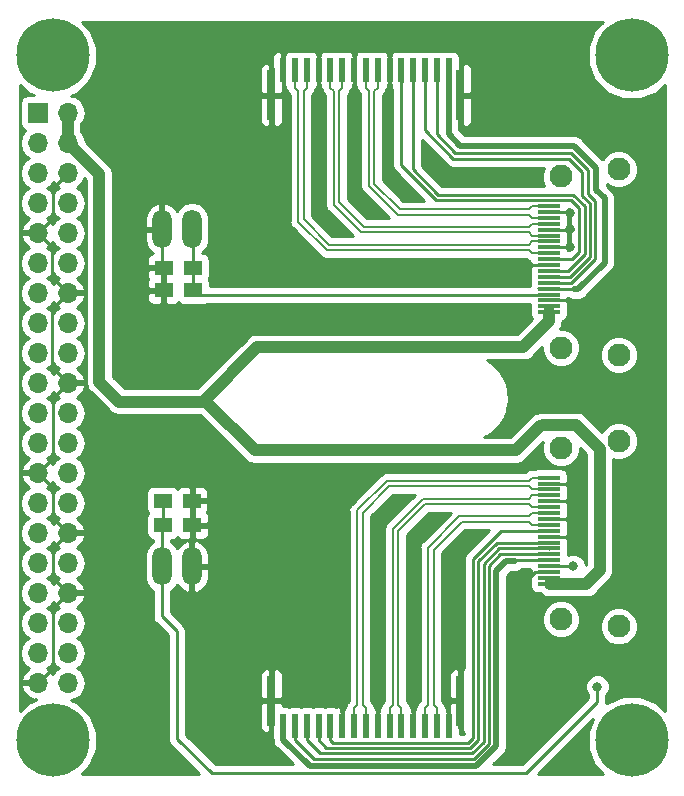
<source format=gtl>
G04 #@! TF.GenerationSoftware,KiCad,Pcbnew,(5.0.0)*
G04 #@! TF.CreationDate,2018-11-03T21:33:58-02:30*
G04 #@! TF.ProjectId,Dual CamCon,4475616C2043616D436F6E2E6B696361,rev?*
G04 #@! TF.SameCoordinates,Original*
G04 #@! TF.FileFunction,Copper,L1,Top,Signal*
G04 #@! TF.FilePolarity,Positive*
%FSLAX46Y46*%
G04 Gerber Fmt 4.6, Leading zero omitted, Abs format (unit mm)*
G04 Created by KiCad (PCBNEW (5.0.0)) date 11/03/18 21:33:58*
%MOMM*%
%LPD*%
G01*
G04 APERTURE LIST*
G04 #@! TA.AperFunction,ComponentPad*
%ADD10R,1.700000X1.700000*%
G04 #@! TD*
G04 #@! TA.AperFunction,ComponentPad*
%ADD11O,1.700000X1.700000*%
G04 #@! TD*
G04 #@! TA.AperFunction,ComponentPad*
%ADD12O,1.638300X3.276600*%
G04 #@! TD*
G04 #@! TA.AperFunction,SMDPad,CuDef*
%ADD13R,0.609600X2.006600*%
G04 #@! TD*
G04 #@! TA.AperFunction,SMDPad,CuDef*
%ADD14R,0.711200X4.191000*%
G04 #@! TD*
G04 #@! TA.AperFunction,SMDPad,CuDef*
%ADD15R,1.500000X1.250000*%
G04 #@! TD*
G04 #@! TA.AperFunction,ComponentPad*
%ADD16C,1.950000*%
G04 #@! TD*
G04 #@! TA.AperFunction,SMDPad,CuDef*
%ADD17R,1.900000X0.300000*%
G04 #@! TD*
G04 #@! TA.AperFunction,ViaPad*
%ADD18C,6.200000*%
G04 #@! TD*
G04 #@! TA.AperFunction,ViaPad*
%ADD19C,0.800000*%
G04 #@! TD*
G04 #@! TA.AperFunction,Conductor*
%ADD20C,0.250000*%
G04 #@! TD*
G04 #@! TA.AperFunction,Conductor*
%ADD21C,1.000000*%
G04 #@! TD*
G04 #@! TA.AperFunction,Conductor*
%ADD22C,0.500000*%
G04 #@! TD*
G04 #@! TA.AperFunction,Conductor*
%ADD23C,0.200000*%
G04 #@! TD*
G04 #@! TA.AperFunction,Conductor*
%ADD24C,0.254000*%
G04 #@! TD*
G04 APERTURE END LIST*
D10*
G04 #@! TO.P,J5,1*
G04 #@! TO.N,Net-(J5-Pad1)*
X102230000Y-43370000D03*
D11*
G04 #@! TO.P,J5,2*
G04 #@! TO.N,+5V*
X104770000Y-43370000D03*
G04 #@! TO.P,J5,3*
G04 #@! TO.N,Net-(J5-Pad3)*
X102230000Y-45910000D03*
G04 #@! TO.P,J5,4*
G04 #@! TO.N,+5V*
X104770000Y-45910000D03*
G04 #@! TO.P,J5,5*
G04 #@! TO.N,Net-(J5-Pad5)*
X102230000Y-48450000D03*
G04 #@! TO.P,J5,6*
G04 #@! TO.N,GND*
X104770000Y-48450000D03*
G04 #@! TO.P,J5,7*
G04 #@! TO.N,Net-(J5-Pad7)*
X102230000Y-50990000D03*
G04 #@! TO.P,J5,8*
G04 #@! TO.N,Net-(J5-Pad8)*
X104770000Y-50990000D03*
G04 #@! TO.P,J5,9*
G04 #@! TO.N,GND*
X102230000Y-53530000D03*
G04 #@! TO.P,J5,10*
G04 #@! TO.N,Net-(J5-Pad10)*
X104770000Y-53530000D03*
G04 #@! TO.P,J5,11*
G04 #@! TO.N,Net-(J5-Pad11)*
X102230000Y-56070000D03*
G04 #@! TO.P,J5,12*
G04 #@! TO.N,Net-(J5-Pad12)*
X104770000Y-56070000D03*
G04 #@! TO.P,J5,13*
G04 #@! TO.N,Net-(J5-Pad13)*
X102230000Y-58610000D03*
G04 #@! TO.P,J5,14*
G04 #@! TO.N,GND*
X104770000Y-58610000D03*
G04 #@! TO.P,J5,15*
G04 #@! TO.N,Net-(J5-Pad15)*
X102230000Y-61150000D03*
G04 #@! TO.P,J5,16*
G04 #@! TO.N,Net-(J5-Pad16)*
X104770000Y-61150000D03*
G04 #@! TO.P,J5,17*
G04 #@! TO.N,Net-(J5-Pad17)*
X102230000Y-63690000D03*
G04 #@! TO.P,J5,18*
G04 #@! TO.N,Net-(J5-Pad18)*
X104770000Y-63690000D03*
G04 #@! TO.P,J5,19*
G04 #@! TO.N,Net-(J5-Pad19)*
X102230000Y-66230000D03*
G04 #@! TO.P,J5,20*
G04 #@! TO.N,GND*
X104770000Y-66230000D03*
G04 #@! TO.P,J5,21*
G04 #@! TO.N,Net-(J5-Pad21)*
X102230000Y-68770000D03*
G04 #@! TO.P,J5,22*
G04 #@! TO.N,Net-(J5-Pad22)*
X104770000Y-68770000D03*
G04 #@! TO.P,J5,23*
G04 #@! TO.N,Net-(J5-Pad23)*
X102230000Y-71310000D03*
G04 #@! TO.P,J5,24*
G04 #@! TO.N,Net-(J5-Pad24)*
X104770000Y-71310000D03*
G04 #@! TO.P,J5,25*
G04 #@! TO.N,GND*
X102230000Y-73850000D03*
G04 #@! TO.P,J5,26*
G04 #@! TO.N,Net-(J5-Pad26)*
X104770000Y-73850000D03*
G04 #@! TO.P,J5,27*
G04 #@! TO.N,Net-(J5-Pad27)*
X102230000Y-76390000D03*
G04 #@! TO.P,J5,28*
G04 #@! TO.N,Net-(J5-Pad28)*
X104770000Y-76390000D03*
G04 #@! TO.P,J5,29*
G04 #@! TO.N,Net-(J5-Pad29)*
X102230000Y-78930000D03*
G04 #@! TO.P,J5,30*
G04 #@! TO.N,GND*
X104770000Y-78930000D03*
G04 #@! TO.P,J5,31*
G04 #@! TO.N,Net-(J5-Pad31)*
X102230000Y-81470000D03*
G04 #@! TO.P,J5,32*
G04 #@! TO.N,Net-(J5-Pad32)*
X104770000Y-81470000D03*
G04 #@! TO.P,J5,33*
G04 #@! TO.N,Net-(J5-Pad33)*
X102230000Y-84010000D03*
G04 #@! TO.P,J5,34*
G04 #@! TO.N,GND*
X104770000Y-84010000D03*
G04 #@! TO.P,J5,35*
G04 #@! TO.N,Net-(J5-Pad35)*
X102230000Y-86550000D03*
G04 #@! TO.P,J5,36*
G04 #@! TO.N,Net-(J5-Pad36)*
X104770000Y-86550000D03*
G04 #@! TO.P,J5,37*
G04 #@! TO.N,Net-(J5-Pad37)*
X102230000Y-89090000D03*
G04 #@! TO.P,J5,38*
G04 #@! TO.N,Net-(J5-Pad38)*
X104770000Y-89090000D03*
G04 #@! TO.P,J5,39*
G04 #@! TO.N,GND*
X102230000Y-91630000D03*
G04 #@! TO.P,J5,40*
G04 #@! TO.N,Net-(J5-Pad40)*
X104770000Y-91630000D03*
G04 #@! TD*
D12*
G04 #@! TO.P,J1,1*
G04 #@! TO.N,GND*
X112730000Y-53214380D03*
G04 #@! TO.P,J1,2*
G04 #@! TO.N,/Servo1*
X115270000Y-53214380D03*
G04 #@! TD*
D13*
G04 #@! TO.P,J4,15*
G04 #@! TO.N,GND*
X137000000Y-95244100D03*
G04 #@! TO.P,J4,14*
G04 #@! TO.N,/CAM2_D0-*
X135999996Y-95244100D03*
G04 #@! TO.P,J4,13*
G04 #@! TO.N,/CAM2_D0+*
X135000000Y-95244100D03*
G04 #@! TO.P,J4,12*
G04 #@! TO.N,GND*
X134000000Y-95244100D03*
G04 #@! TO.P,J4,11*
G04 #@! TO.N,/CAM2_D1-*
X133000000Y-95244100D03*
G04 #@! TO.P,J4,10*
G04 #@! TO.N,/CAM2_D1+*
X132000000Y-95244100D03*
G04 #@! TO.P,J4,9*
G04 #@! TO.N,GND*
X130999996Y-95244100D03*
G04 #@! TO.P,J4,8*
G04 #@! TO.N,/CAM2_C-*
X130000000Y-95244100D03*
G04 #@! TO.P,J4,7*
G04 #@! TO.N,/CAM2_C+*
X129000000Y-95244100D03*
G04 #@! TO.P,J4,6*
G04 #@! TO.N,GND*
X128000000Y-95244100D03*
G04 #@! TO.P,J4,5*
G04 #@! TO.N,/CAM2_GPIO*
X126999997Y-95244100D03*
G04 #@! TO.P,J4,4*
G04 #@! TO.N,/CAM2_CLK*
X125999997Y-95244100D03*
G04 #@! TO.P,J4,3*
G04 #@! TO.N,/CAM2_SCL*
X125000000Y-95244100D03*
G04 #@! TO.P,J4,2*
G04 #@! TO.N,/CAM2_SDA*
X124000000Y-95244100D03*
G04 #@! TO.P,J4,1*
G04 #@! TO.N,/CAM2_3V3*
X123000000Y-95244100D03*
D14*
G04 #@! TO.P,J4,16*
G04 #@! TO.N,GND*
X121999000Y-93135900D03*
G04 #@! TO.P,J4,17*
X138001000Y-93135900D03*
G04 #@! TD*
D13*
G04 #@! TO.P,J3,15*
G04 #@! TO.N,GND*
X123000000Y-39755900D03*
G04 #@! TO.P,J3,14*
G04 #@! TO.N,/CAM1_D0-*
X124000004Y-39755900D03*
G04 #@! TO.P,J3,13*
G04 #@! TO.N,/CAM1_D0+*
X125000000Y-39755900D03*
G04 #@! TO.P,J3,12*
G04 #@! TO.N,GND*
X126000000Y-39755900D03*
G04 #@! TO.P,J3,11*
G04 #@! TO.N,/CAM1_D1-*
X127000000Y-39755900D03*
G04 #@! TO.P,J3,10*
G04 #@! TO.N,/CAM1_D1+*
X128000000Y-39755900D03*
G04 #@! TO.P,J3,9*
G04 #@! TO.N,GND*
X129000004Y-39755900D03*
G04 #@! TO.P,J3,8*
G04 #@! TO.N,/CAM1_C-*
X130000000Y-39755900D03*
G04 #@! TO.P,J3,7*
G04 #@! TO.N,/CAM1_C+*
X131000000Y-39755900D03*
G04 #@! TO.P,J3,6*
G04 #@! TO.N,GND*
X132000000Y-39755900D03*
G04 #@! TO.P,J3,5*
G04 #@! TO.N,/CAM1_GPIO*
X133000003Y-39755900D03*
G04 #@! TO.P,J3,4*
G04 #@! TO.N,/CAM1_CLK*
X134000003Y-39755900D03*
G04 #@! TO.P,J3,3*
G04 #@! TO.N,/CAM1_SCL*
X135000000Y-39755900D03*
G04 #@! TO.P,J3,2*
G04 #@! TO.N,/CAM1_SDA*
X136000000Y-39755900D03*
G04 #@! TO.P,J3,1*
G04 #@! TO.N,/CAM1_3V3*
X137000000Y-39755900D03*
D14*
G04 #@! TO.P,J3,16*
G04 #@! TO.N,GND*
X138001000Y-41864100D03*
G04 #@! TO.P,J3,17*
X121999000Y-41864100D03*
G04 #@! TD*
D15*
G04 #@! TO.P,C1,1*
G04 #@! TO.N,/Servo1*
X115380460Y-56494380D03*
G04 #@! TO.P,C1,2*
G04 #@! TO.N,GND*
X112880460Y-56494380D03*
G04 #@! TD*
G04 #@! TO.P,C2,1*
G04 #@! TO.N,/Servo2*
X112780460Y-76194380D03*
G04 #@! TO.P,C2,2*
G04 #@! TO.N,GND*
X115280460Y-76194380D03*
G04 #@! TD*
G04 #@! TO.P,C3,1*
G04 #@! TO.N,/Servo1*
X115380460Y-58394380D03*
G04 #@! TO.P,C3,2*
G04 #@! TO.N,GND*
X112880460Y-58394380D03*
G04 #@! TD*
G04 #@! TO.P,C4,1*
G04 #@! TO.N,/Servo2*
X112805460Y-78269380D03*
G04 #@! TO.P,C4,2*
G04 #@! TO.N,GND*
X115305460Y-78269380D03*
G04 #@! TD*
D12*
G04 #@! TO.P,J2,1*
G04 #@! TO.N,GND*
X115270000Y-81774380D03*
G04 #@! TO.P,J2,2*
G04 #@! TO.N,/Servo2*
X112730000Y-81774380D03*
G04 #@! TD*
D16*
G04 #@! TO.P,P1,P4*
G04 #@! TO.N,N/C*
X151400000Y-48150000D03*
G04 #@! TO.P,P1,P3*
X151400000Y-63850000D03*
G04 #@! TO.P,P1,P1*
X146500000Y-48750000D03*
G04 #@! TO.P,P1,P2*
X146500000Y-63250000D03*
D17*
G04 #@! TO.P,P1,19*
G04 #@! TO.N,+5V*
X145500000Y-60250000D03*
G04 #@! TO.P,P1,18*
X145500000Y-59750000D03*
G04 #@! TO.P,P1,17*
G04 #@! TO.N,GND*
X145500000Y-59250000D03*
G04 #@! TO.P,P1,16*
G04 #@! TO.N,/Servo1*
X145500000Y-58750000D03*
G04 #@! TO.P,P1,15*
G04 #@! TO.N,/CAM1_3V3*
X145500000Y-58250000D03*
G04 #@! TO.P,P1,14*
G04 #@! TO.N,/CAM1_SDA*
X145500000Y-57750000D03*
G04 #@! TO.P,P1,13*
G04 #@! TO.N,/CAM1_SCL*
X145500000Y-57250000D03*
G04 #@! TO.P,P1,12*
G04 #@! TO.N,/CAM1_CLK*
X145500000Y-56750000D03*
G04 #@! TO.P,P1,11*
G04 #@! TO.N,GND*
X145500000Y-56250000D03*
G04 #@! TO.P,P1,10*
G04 #@! TO.N,/CAM1_GPIO*
X145500000Y-55750000D03*
G04 #@! TO.P,P1,9*
G04 #@! TO.N,/CAM1_D0-*
X145500000Y-55250000D03*
G04 #@! TO.P,P1,8*
G04 #@! TO.N,GND*
X145500000Y-54750000D03*
G04 #@! TO.P,P1,7*
G04 #@! TO.N,/CAM1_D0+*
X145500000Y-54250000D03*
G04 #@! TO.P,P1,6*
G04 #@! TO.N,/CAM1_D1-*
X145500000Y-53750000D03*
G04 #@! TO.P,P1,5*
G04 #@! TO.N,GND*
X145500000Y-53250000D03*
G04 #@! TO.P,P1,4*
G04 #@! TO.N,/CAM1_D1+*
X145500000Y-52750000D03*
G04 #@! TO.P,P1,3*
G04 #@! TO.N,/CAM1_C-*
X145500000Y-52250000D03*
G04 #@! TO.P,P1,2*
G04 #@! TO.N,GND*
X145500000Y-51750000D03*
G04 #@! TO.P,P1,1*
G04 #@! TO.N,/CAM1_C+*
X145500000Y-51250000D03*
G04 #@! TD*
D16*
G04 #@! TO.P,P2,P4*
G04 #@! TO.N,N/C*
X151400000Y-71150000D03*
G04 #@! TO.P,P2,P3*
X151400000Y-86850000D03*
G04 #@! TO.P,P2,P1*
X146500000Y-71750000D03*
G04 #@! TO.P,P2,P2*
X146500000Y-86250000D03*
D17*
G04 #@! TO.P,P2,19*
G04 #@! TO.N,+5V*
X145500000Y-83250000D03*
G04 #@! TO.P,P2,18*
X145500000Y-82750000D03*
G04 #@! TO.P,P2,17*
G04 #@! TO.N,GND*
X145500000Y-82250000D03*
G04 #@! TO.P,P2,16*
G04 #@! TO.N,/Servo2*
X145500000Y-81750000D03*
G04 #@! TO.P,P2,15*
G04 #@! TO.N,/CAM2_3V3*
X145500000Y-81250000D03*
G04 #@! TO.P,P2,14*
G04 #@! TO.N,/CAM2_SDA*
X145500000Y-80750000D03*
G04 #@! TO.P,P2,13*
G04 #@! TO.N,/CAM2_SCL*
X145500000Y-80250000D03*
G04 #@! TO.P,P2,12*
G04 #@! TO.N,/CAM2_CLK*
X145500000Y-79750000D03*
G04 #@! TO.P,P2,11*
G04 #@! TO.N,GND*
X145500000Y-79250000D03*
G04 #@! TO.P,P2,10*
G04 #@! TO.N,/CAM2_GPIO*
X145500000Y-78750000D03*
G04 #@! TO.P,P2,9*
G04 #@! TO.N,/CAM2_D0-*
X145500000Y-78250000D03*
G04 #@! TO.P,P2,8*
G04 #@! TO.N,GND*
X145500000Y-77750000D03*
G04 #@! TO.P,P2,7*
G04 #@! TO.N,/CAM2_D0+*
X145500000Y-77250000D03*
G04 #@! TO.P,P2,6*
G04 #@! TO.N,/CAM2_D1-*
X145500000Y-76750000D03*
G04 #@! TO.P,P2,5*
G04 #@! TO.N,GND*
X145500000Y-76250000D03*
G04 #@! TO.P,P2,4*
G04 #@! TO.N,/CAM2_D1+*
X145500000Y-75750000D03*
G04 #@! TO.P,P2,3*
G04 #@! TO.N,/CAM2_C-*
X145500000Y-75250000D03*
G04 #@! TO.P,P2,2*
G04 #@! TO.N,GND*
X145500000Y-74750000D03*
G04 #@! TO.P,P2,1*
G04 #@! TO.N,/CAM2_C+*
X145500000Y-74250000D03*
G04 #@! TD*
D18*
G04 #@! TO.N,*
X103500000Y-38500000D03*
X152500000Y-38500000D03*
X152500000Y-96500000D03*
X103500000Y-96500000D03*
D19*
G04 #@! TO.N,GND*
X136580460Y-48394380D03*
X143507460Y-83812380D03*
X147571460Y-79240380D03*
X147571460Y-77716380D03*
X147571460Y-76192380D03*
X147571460Y-74668380D03*
X147317460Y-51808380D03*
X147317460Y-53205380D03*
X147317460Y-54729380D03*
X142872460Y-56761380D03*
X147825460Y-59936380D03*
X139730460Y-44144380D03*
X127190460Y-52954380D03*
X130150460Y-51394380D03*
X133280460Y-49894380D03*
X131930460Y-76894380D03*
X134930460Y-78594380D03*
X137630460Y-80394380D03*
X126030460Y-37294380D03*
X123080460Y-37294380D03*
X120480460Y-40094380D03*
X120430460Y-41894380D03*
X120380460Y-43994380D03*
X121930460Y-45294380D03*
X121430460Y-38294380D03*
X131980460Y-37344380D03*
X129030460Y-37344380D03*
X138530460Y-38244380D03*
X139730460Y-39544380D03*
X139730460Y-41794380D03*
X134630460Y-37344380D03*
X136780460Y-37344380D03*
X144280460Y-48694380D03*
X131880460Y-42094380D03*
X129030460Y-42194380D03*
X126030460Y-42144380D03*
X111105460Y-58444380D03*
X111155460Y-56494380D03*
X117055460Y-78244380D03*
X117080460Y-81844380D03*
X117005460Y-76144380D03*
X121480460Y-96594380D03*
X120580460Y-94494380D03*
X120530460Y-92344380D03*
X121980460Y-89994380D03*
X123480460Y-91244380D03*
X123480460Y-92894380D03*
X127980460Y-92944380D03*
X130980460Y-92994380D03*
X133980460Y-93044380D03*
X137430460Y-89844380D03*
X120630460Y-90644380D03*
X142680460Y-82794380D03*
X125680460Y-92944380D03*
X142430460Y-60744380D03*
X128430460Y-74394380D03*
X109380460Y-49394380D03*
X109230460Y-53544380D03*
X112830460Y-98394380D03*
X142880460Y-96094380D03*
X152130460Y-91194380D03*
X154230460Y-88844380D03*
X108530460Y-94694380D03*
X108030460Y-41344380D03*
X111030460Y-37244380D03*
X145680460Y-37544380D03*
X147880460Y-41644380D03*
X153130460Y-43844380D03*
X115180460Y-70394380D03*
X108580460Y-70294380D03*
X119630460Y-74194380D03*
X115080460Y-64944380D03*
X109930460Y-64994380D03*
X120030460Y-61144380D03*
X124230460Y-74194380D03*
X143580460Y-65694380D03*
X143630460Y-67994380D03*
X154130460Y-67144380D03*
X154030460Y-55694380D03*
X154180460Y-78744380D03*
X108430460Y-76344380D03*
X117230460Y-37044380D03*
X123630460Y-55944380D03*
X143430460Y-89644380D03*
X127480460Y-83894380D03*
X147780460Y-97994380D03*
G04 #@! TO.N,/Servo2*
X147571460Y-81750000D03*
X149603460Y-91940380D03*
G04 #@! TD*
D20*
G04 #@! TO.N,GND*
X143507460Y-83042540D02*
X143507460Y-83812380D01*
X145500000Y-82250000D02*
X144300000Y-82250000D01*
X144300000Y-82257840D02*
X143507460Y-83050380D01*
X145500000Y-79250000D02*
X147561840Y-79250000D01*
X147561840Y-79250000D02*
X147571460Y-79240380D01*
X145500000Y-77750000D02*
X147537840Y-77750000D01*
X147537840Y-77750000D02*
X147571460Y-77716380D01*
X145500000Y-76250000D02*
X147513840Y-76250000D01*
X147513840Y-76250000D02*
X147571460Y-76192380D01*
X145500000Y-74750000D02*
X147489840Y-74750000D01*
X147489840Y-74750000D02*
X147571460Y-74668380D01*
X145500000Y-51750000D02*
X147513080Y-51750000D01*
X147513080Y-51750000D02*
X147571460Y-51808380D01*
X145500000Y-53250000D02*
X147526840Y-53250000D01*
X147526840Y-53250000D02*
X147571460Y-53205380D01*
X145500000Y-54750000D02*
X147550840Y-54750000D01*
X147550840Y-54750000D02*
X147571460Y-54729380D01*
X103920001Y-49299999D02*
X104770000Y-48450000D01*
X103502460Y-49717540D02*
X103920001Y-49299999D01*
X102230000Y-53530000D02*
X103502460Y-52257540D01*
X103502460Y-52257540D02*
X103502460Y-49717540D01*
X145500000Y-56250000D02*
X143383840Y-56250000D01*
X143383840Y-56250000D02*
X142872460Y-56761380D01*
X145500000Y-59250000D02*
X147139080Y-59250000D01*
X147139080Y-59250000D02*
X147825460Y-59936380D01*
X138001000Y-41864100D02*
X139532180Y-41864100D01*
X139532180Y-41864100D02*
X140586460Y-42918380D01*
X103920001Y-57760001D02*
X104770000Y-58610000D01*
X103405001Y-57245001D02*
X103920001Y-57760001D01*
X103405001Y-54705001D02*
X103405001Y-57245001D01*
X102230000Y-53530000D02*
X103405001Y-54705001D01*
X103920001Y-65380001D02*
X104770000Y-66230000D01*
X103405001Y-64865001D02*
X103920001Y-65380001D01*
X103405001Y-59974999D02*
X103405001Y-64865001D01*
X104770000Y-58610000D02*
X103405001Y-59974999D01*
X103079999Y-73000001D02*
X102230000Y-73850000D01*
X103480460Y-72599540D02*
X103079999Y-73000001D01*
X104770000Y-66230000D02*
X103480460Y-67519540D01*
X103480460Y-67519540D02*
X103480460Y-72599540D01*
X103920001Y-78080001D02*
X104770000Y-78930000D01*
X103480460Y-77640460D02*
X103920001Y-78080001D01*
X102230000Y-73850000D02*
X103480460Y-75100460D01*
X103480460Y-75100460D02*
X103480460Y-77640460D01*
X103920001Y-83160001D02*
X104770000Y-84010000D01*
X103530460Y-82770460D02*
X103920001Y-83160001D01*
X104770000Y-78930000D02*
X103530460Y-80169540D01*
X103530460Y-80169540D02*
X103530460Y-82770460D01*
X103079999Y-90780001D02*
X102230000Y-91630000D01*
X103480460Y-90379540D02*
X103079999Y-90780001D01*
X104770000Y-84010000D02*
X103480460Y-85299540D01*
X103480460Y-85299540D02*
X103480460Y-90379540D01*
X139532180Y-41864100D02*
X139532180Y-41864100D01*
X112730000Y-56343920D02*
X112880460Y-56494380D01*
X112730000Y-53214380D02*
X112730000Y-56343920D01*
X112880460Y-58394380D02*
X112880460Y-56494380D01*
D21*
G04 #@! TO.N,+5V*
X104770000Y-44572081D02*
X104770000Y-45910000D01*
X104770000Y-43370000D02*
X104770000Y-44572081D01*
X149803080Y-82088760D02*
X148841460Y-83050380D01*
X144977080Y-69788000D02*
X147771080Y-69788000D01*
X147771080Y-69788000D02*
X149803080Y-71820000D01*
D20*
X149803080Y-71820000D02*
X147825460Y-69842380D01*
D21*
X149803080Y-82088760D02*
X149803080Y-71820000D01*
X145600000Y-83250000D02*
X147317460Y-83250000D01*
D20*
X145500000Y-83150000D02*
X145600000Y-83250000D01*
X145500000Y-82750000D02*
X145500000Y-83150000D01*
X147200000Y-83250000D02*
X147317460Y-83250000D01*
D21*
X147317460Y-83250000D02*
X148641840Y-83250000D01*
D20*
X145500000Y-60150000D02*
X145500000Y-59750000D01*
X145400000Y-60250000D02*
X145500000Y-60150000D01*
X145500000Y-60250000D02*
X145400000Y-60250000D01*
D21*
X109090460Y-67810380D02*
X115567460Y-67810380D01*
X107439460Y-66159380D02*
X109090460Y-67810380D01*
X104770000Y-45910000D02*
X107439460Y-48579460D01*
X107439460Y-48579460D02*
X107439460Y-66159380D01*
X145500000Y-60991840D02*
X145500000Y-60250000D01*
X143297460Y-63194380D02*
X145500000Y-60991840D01*
X120818460Y-63194380D02*
X143297460Y-63194380D01*
X115567460Y-67810380D02*
X116202460Y-67810380D01*
X116202460Y-67810380D02*
X120818460Y-63194380D01*
X142675460Y-71944380D02*
X144777460Y-69842380D01*
X120590460Y-71944380D02*
X142675460Y-71944380D01*
X116583460Y-67937380D02*
X120590460Y-71944380D01*
X116456460Y-67937380D02*
X116583460Y-67937380D01*
X115567460Y-67810380D02*
X116329460Y-67810380D01*
X116329460Y-67810380D02*
X116456460Y-67937380D01*
D20*
G04 #@! TO.N,/Servo1*
X115636080Y-58750000D02*
X115305460Y-58419380D01*
X145500000Y-58750000D02*
X115636080Y-58750000D01*
X115380460Y-58394380D02*
X115380460Y-56494380D01*
X115380460Y-53324840D02*
X115270000Y-53214380D01*
X115380460Y-56494380D02*
X115380460Y-53324840D01*
G04 #@! TO.N,/Servo2*
X145500000Y-81750000D02*
X147571460Y-81750000D01*
X112780460Y-78244380D02*
X112805460Y-78269380D01*
X112780460Y-76194380D02*
X112780460Y-78244380D01*
X149603460Y-93210380D02*
X149603460Y-91940380D01*
X112730000Y-85968920D02*
X114000000Y-87238920D01*
X114000000Y-87238920D02*
X114000000Y-96341920D01*
X114000000Y-96341920D02*
X116952460Y-99294380D01*
X112730000Y-81774380D02*
X112730000Y-85968920D01*
X116952460Y-99294380D02*
X143519460Y-99294380D01*
X143519460Y-99294380D02*
X149603460Y-93210380D01*
X112730000Y-78344840D02*
X112805460Y-78269380D01*
X112730000Y-81774380D02*
X112730000Y-78344840D01*
G04 #@! TO.N,/CAM1_3V3*
X144615080Y-58250000D02*
X144590081Y-58225001D01*
X145500000Y-58250000D02*
X144615080Y-58250000D01*
D22*
X147960460Y-58294380D02*
X147580460Y-58294380D01*
X150200460Y-56054380D02*
X147960460Y-58294380D01*
X137000000Y-39755900D02*
X137000000Y-45173920D01*
X137990460Y-46164380D02*
X147645282Y-46164380D01*
X147645282Y-46164380D02*
X149490460Y-48009558D01*
X137000000Y-45173920D02*
X137990460Y-46164380D01*
X149490460Y-48009558D02*
X149490460Y-49904380D01*
X150200460Y-50614380D02*
X150200460Y-56054380D01*
X149490460Y-49904380D02*
X150200460Y-50614380D01*
D20*
X147524840Y-58250000D02*
X147500460Y-58250000D01*
X147499841Y-58274999D02*
X147524840Y-58250000D01*
X145500000Y-58250000D02*
X145524999Y-58274999D01*
X145524999Y-58274999D02*
X147499841Y-58274999D01*
G04 #@! TO.N,/CAM1_SDA*
X136000000Y-41009200D02*
X136000000Y-39755900D01*
X136000000Y-45187107D02*
X136000000Y-41009200D01*
X137572283Y-46759390D02*
X136000000Y-45187107D01*
X149420460Y-50860559D02*
X148770471Y-50210570D01*
X148770471Y-50210570D02*
X148770471Y-48174391D01*
X148770471Y-48174391D02*
X147355470Y-46759390D01*
X147355470Y-46759390D02*
X137572283Y-46759390D01*
X149420460Y-55704380D02*
X149420460Y-55444380D01*
X147374840Y-57750000D02*
X149420460Y-55704380D01*
X145500000Y-57750000D02*
X147374840Y-57750000D01*
X149420460Y-55444380D02*
X149420460Y-50860559D01*
G04 #@! TO.N,/CAM1_SCL*
X148957437Y-51033946D02*
X148957437Y-55530992D01*
X147238429Y-57250000D02*
X146700000Y-57250000D01*
X148957437Y-55530992D02*
X147238429Y-57250000D01*
X147160460Y-47234380D02*
X148320460Y-48394380D01*
X146700000Y-57250000D02*
X145500000Y-57250000D01*
X148320460Y-50396969D02*
X148957437Y-51033946D01*
X137410863Y-47234380D02*
X147160460Y-47234380D01*
X148320460Y-48394380D02*
X148320460Y-50396969D01*
X135000000Y-44823517D02*
X137410863Y-47234380D01*
X135000000Y-39755900D02*
X135000000Y-44823517D01*
G04 #@! TO.N,/CAM1_CLK*
X147571461Y-50284380D02*
X136141460Y-50284380D01*
X148507428Y-55344590D02*
X148507428Y-51220347D01*
X148507428Y-51220347D02*
X147571461Y-50284380D01*
X134000003Y-48142923D02*
X134000003Y-41009200D01*
X136141460Y-50284380D02*
X134000003Y-48142923D01*
X147102018Y-56750000D02*
X148507428Y-55344590D01*
X145500000Y-56750000D02*
X147102018Y-56750000D01*
X134000003Y-41009200D02*
X134000003Y-39755900D01*
G04 #@! TO.N,/CAM1_GPIO*
X133000003Y-39755900D02*
X133000003Y-40665923D01*
X133000003Y-40665923D02*
X133093460Y-40759380D01*
X133000003Y-43334334D02*
X133000003Y-43045380D01*
X133000003Y-43045380D02*
X133000003Y-41009200D01*
X133000003Y-41009200D02*
X133000003Y-39755900D01*
X147385061Y-50734391D02*
X135955060Y-50734391D01*
X147465608Y-55750000D02*
X148057417Y-55158191D01*
X133000003Y-47779334D02*
X133000003Y-43045380D01*
X145500000Y-55750000D02*
X147465608Y-55750000D01*
X135955060Y-50734391D02*
X133000003Y-47779334D01*
X148057417Y-55158191D02*
X148057417Y-51406747D01*
X148057417Y-51406747D02*
X147385061Y-50734391D01*
G04 #@! TO.N,/CAM2_GPIO*
X126999997Y-96497400D02*
X127196955Y-96694358D01*
X126999997Y-95244100D02*
X126999997Y-96497400D01*
X127196955Y-96694358D02*
X138626480Y-96694358D01*
X141474840Y-78750000D02*
X144300000Y-78750000D01*
X139062460Y-81162378D02*
X141474840Y-78750000D01*
X139062460Y-96258378D02*
X139062460Y-81162378D01*
X144300000Y-78750000D02*
X145500000Y-78750000D01*
X138626480Y-96694358D02*
X139062460Y-96258378D01*
G04 #@! TO.N,/CAM2_CLK*
X139512471Y-96444778D02*
X138812880Y-97144369D01*
X138812880Y-97144369D02*
X126646966Y-97144369D01*
X139512471Y-81348778D02*
X139512471Y-96444778D01*
X125999997Y-96497400D02*
X125999997Y-95244100D01*
X141061260Y-79799989D02*
X139512471Y-81348778D01*
X126646966Y-97144369D02*
X125999997Y-96497400D01*
X145500000Y-79750000D02*
X141111250Y-79750000D01*
X141111250Y-79750000D02*
X141061260Y-79799989D01*
G04 #@! TO.N,/CAM2_SCL*
X145475001Y-80274999D02*
X145500000Y-80250000D01*
D23*
X125000000Y-95244100D02*
X124965460Y-95209560D01*
D20*
X144300000Y-80250000D02*
X145500000Y-80250000D01*
X139962482Y-81535178D02*
X141247660Y-80250000D01*
X138999280Y-97594380D02*
X139962482Y-96631178D01*
X139962482Y-96631178D02*
X139962482Y-81535178D01*
X126096980Y-97594380D02*
X138999280Y-97594380D01*
X125000000Y-96497400D02*
X126096980Y-97594380D01*
X125000000Y-95244100D02*
X125000000Y-96497400D01*
X141247660Y-80250000D02*
X144300000Y-80250000D01*
D23*
G04 #@! TO.N,/CAM2_SDA*
X124000000Y-94694100D02*
X124000000Y-95244100D01*
D20*
X124000000Y-96497400D02*
X124000000Y-95244100D01*
X141384070Y-80750000D02*
X140412493Y-81721577D01*
X145500000Y-80750000D02*
X141384070Y-80750000D01*
X140412493Y-81721577D02*
X140412493Y-96817578D01*
X140412493Y-96817578D02*
X139135691Y-98094380D01*
X139135691Y-98094380D02*
X125596980Y-98094380D01*
X125596980Y-98094380D02*
X124000000Y-96497400D01*
G04 #@! TO.N,/CAM2_3V3*
X142705470Y-81250000D02*
X145500000Y-81250000D01*
X142630460Y-81325010D02*
X142705470Y-81250000D01*
D22*
X123000000Y-96463920D02*
X125230460Y-98694380D01*
X123000000Y-95244100D02*
X123000000Y-96463920D01*
X125230460Y-98694380D02*
X139348874Y-98694380D01*
X141899830Y-81325010D02*
X142630460Y-81325010D01*
X139348874Y-98694380D02*
X141030460Y-97012794D01*
X141030460Y-97012794D02*
X141030460Y-82194380D01*
X141030460Y-82194380D02*
X141899830Y-81325010D01*
D23*
G04 #@! TO.N,/CAM1_C+*
X131000000Y-41260851D02*
X131000000Y-39755900D01*
X132874280Y-51525000D02*
X130725000Y-49375720D01*
X143799999Y-51525000D02*
X132874280Y-51525000D01*
X144074999Y-51250000D02*
X143799999Y-51525000D01*
X145500000Y-51250000D02*
X144074999Y-51250000D01*
X130725000Y-49375720D02*
X130725000Y-41535851D01*
X130725000Y-41535851D02*
X131000000Y-41260851D01*
G04 #@! TO.N,/CAM1_C-*
X130000000Y-41260851D02*
X130000000Y-39755900D01*
X130275000Y-41535851D02*
X130000000Y-41260851D01*
X130275000Y-49562120D02*
X130275000Y-41535851D01*
X145500000Y-52250000D02*
X144074999Y-52250000D01*
X144074999Y-52250000D02*
X143799999Y-51975000D01*
X143799999Y-51975000D02*
X132687880Y-51975000D01*
X132687880Y-51975000D02*
X130275000Y-49562120D01*
G04 #@! TO.N,/CAM1_D1+*
X128000000Y-41260851D02*
X128000000Y-39755900D01*
X127725000Y-50947720D02*
X127725000Y-41535851D01*
X129802280Y-53025000D02*
X127725000Y-50947720D01*
X143799999Y-53025000D02*
X129802280Y-53025000D01*
X144074999Y-52750000D02*
X143799999Y-53025000D01*
X145500000Y-52750000D02*
X144074999Y-52750000D01*
X127725000Y-41535851D02*
X128000000Y-41260851D01*
G04 #@! TO.N,/CAM1_D1-*
X145500000Y-53750000D02*
X145450001Y-53700001D01*
X127000000Y-41260851D02*
X127000000Y-39755900D01*
X127275000Y-41535851D02*
X127000000Y-41260851D01*
X127275000Y-51134120D02*
X127275000Y-41535851D01*
X145500000Y-53750000D02*
X144074999Y-53750000D01*
X144074999Y-53750000D02*
X143799999Y-53475000D01*
X143799999Y-53475000D02*
X129615880Y-53475000D01*
X129615880Y-53475000D02*
X127275000Y-51134120D01*
G04 #@! TO.N,/CAM1_D0+*
X145500000Y-54250000D02*
X145450001Y-54299999D01*
X124725002Y-41535849D02*
X125000000Y-41260851D01*
X126857280Y-54525000D02*
X124725002Y-52392722D01*
X143799999Y-54525000D02*
X126857280Y-54525000D01*
X124725002Y-52392722D02*
X124725002Y-41535849D01*
X144074999Y-54250000D02*
X143799999Y-54525000D01*
X145500000Y-54250000D02*
X144074999Y-54250000D01*
X125000000Y-41260851D02*
X125000000Y-39755900D01*
G04 #@! TO.N,/CAM1_D0-*
X145500000Y-55250000D02*
X145450001Y-55200001D01*
X124000004Y-41260851D02*
X124000004Y-39755900D01*
X124275002Y-52579122D02*
X124275002Y-41535849D01*
X145500000Y-55250000D02*
X144074999Y-55250000D01*
X144074999Y-55250000D02*
X143799999Y-54975000D01*
X143799999Y-54975000D02*
X126670880Y-54975000D01*
X124275002Y-41535849D02*
X124000004Y-41260851D01*
X126670880Y-54975000D02*
X124275002Y-52579122D01*
G04 #@! TO.N,/CAM2_D0-*
X143799999Y-77975000D02*
X144074999Y-78250000D01*
X138106040Y-77975000D02*
X143799999Y-77975000D01*
X135999996Y-95244100D02*
X135999996Y-93739149D01*
X144074999Y-78250000D02*
X145500000Y-78250000D01*
X135999996Y-93739149D02*
X135724998Y-93464151D01*
X135724998Y-93464151D02*
X135724998Y-80356042D01*
X135724998Y-80356042D02*
X138106040Y-77975000D01*
G04 #@! TO.N,/CAM2_D0+*
X137919640Y-77525000D02*
X143799999Y-77525000D01*
X135274998Y-80169642D02*
X137919640Y-77525000D01*
X143799999Y-77525000D02*
X144074999Y-77250000D01*
X135274998Y-93464151D02*
X135274998Y-80169642D01*
X135000000Y-93739149D02*
X135274998Y-93464151D01*
X144074999Y-77250000D02*
X145500000Y-77250000D01*
X135000000Y-95244100D02*
X135000000Y-93739149D01*
G04 #@! TO.N,/CAM2_D1-*
X144074999Y-76750000D02*
X145500000Y-76750000D01*
X143799999Y-76475000D02*
X144074999Y-76750000D01*
X135034040Y-76475000D02*
X143799999Y-76475000D01*
X133000000Y-95244100D02*
X133000000Y-93739149D01*
X133000000Y-93739149D02*
X132725000Y-93464149D01*
X132725000Y-93464149D02*
X132725000Y-78784040D01*
X132725000Y-78784040D02*
X135034040Y-76475000D01*
G04 #@! TO.N,/CAM2_D1+*
X143799999Y-76025000D02*
X144074999Y-75750000D01*
X134847640Y-76025000D02*
X143799999Y-76025000D01*
X132275000Y-78597640D02*
X134847640Y-76025000D01*
X144074999Y-75750000D02*
X145500000Y-75750000D01*
X132275000Y-93464149D02*
X132275000Y-78597640D01*
X132000000Y-93739149D02*
X132275000Y-93464149D01*
X132000000Y-95244100D02*
X132000000Y-93739149D01*
G04 #@! TO.N,/CAM2_C-*
X143799999Y-74975000D02*
X144074999Y-75250000D01*
X131962040Y-74975000D02*
X143799999Y-74975000D01*
X130000000Y-95244100D02*
X130000000Y-93739149D01*
X144074999Y-75250000D02*
X145500000Y-75250000D01*
X130000000Y-93739149D02*
X129725000Y-93464149D01*
X129725000Y-93464149D02*
X129725000Y-77212040D01*
X129725000Y-77212040D02*
X131962040Y-74975000D01*
G04 #@! TO.N,/CAM2_C+*
X143799999Y-74525000D02*
X144074999Y-74250000D01*
X129275000Y-93464149D02*
X129275000Y-77025640D01*
X131775640Y-74525000D02*
X143799999Y-74525000D01*
X129000000Y-93739149D02*
X129275000Y-93464149D01*
X129000000Y-95244100D02*
X129000000Y-93739149D01*
X144074999Y-74250000D02*
X145500000Y-74250000D01*
X129275000Y-77025640D02*
X131775640Y-74525000D01*
G04 #@! TD*
D24*
G04 #@! TO.N,GND*
G36*
X148765000Y-95757062D02*
X148765000Y-97242938D01*
X149333620Y-98615708D01*
X150032912Y-99315000D01*
X144573641Y-99315000D01*
X149212895Y-94675748D01*
X148765000Y-95757062D01*
X148765000Y-95757062D01*
G37*
X148765000Y-95757062D02*
X148765000Y-97242938D01*
X149333620Y-98615708D01*
X150032912Y-99315000D01*
X144573641Y-99315000D01*
X149212895Y-94675748D01*
X148765000Y-95757062D01*
G36*
X106304460Y-49049593D02*
X106304461Y-66047592D01*
X106282225Y-66159380D01*
X106370314Y-66602234D01*
X106400763Y-66647804D01*
X106621172Y-66977669D01*
X106715939Y-67040991D01*
X108208850Y-68533903D01*
X108272171Y-68628669D01*
X108366935Y-68691988D01*
X108366936Y-68691989D01*
X108647605Y-68879526D01*
X109090460Y-68967615D01*
X109202243Y-68945380D01*
X115922094Y-68945380D01*
X116013605Y-69006526D01*
X116055885Y-69014936D01*
X119708849Y-72667901D01*
X119772171Y-72762669D01*
X120093292Y-72977235D01*
X120147605Y-73013526D01*
X120590460Y-73101615D01*
X120702243Y-73079380D01*
X142563677Y-73079380D01*
X142675460Y-73101615D01*
X142787243Y-73079380D01*
X143118315Y-73013526D01*
X143493749Y-72762669D01*
X143557073Y-72667898D01*
X144957019Y-71267953D01*
X144890000Y-71429751D01*
X144890000Y-72070249D01*
X145135108Y-72661992D01*
X145588008Y-73114892D01*
X146179751Y-73360000D01*
X146820249Y-73360000D01*
X147411992Y-73114892D01*
X147864892Y-72661992D01*
X148110000Y-72070249D01*
X148110000Y-71732052D01*
X148668081Y-72290133D01*
X148668080Y-81618628D01*
X148606460Y-81680248D01*
X148606460Y-81544126D01*
X148448891Y-81163720D01*
X148157740Y-80872569D01*
X147777334Y-80715000D01*
X147365586Y-80715000D01*
X147097440Y-80826069D01*
X147097440Y-80600000D01*
X147077549Y-80500000D01*
X147097440Y-80400000D01*
X147097440Y-80100000D01*
X147077549Y-80000000D01*
X147097440Y-79900000D01*
X147097440Y-79600000D01*
X147083502Y-79529927D01*
X147085000Y-79526310D01*
X147085000Y-79483750D01*
X147071664Y-79470414D01*
X147048157Y-79352235D01*
X146979845Y-79250000D01*
X147048157Y-79147765D01*
X147071664Y-79029586D01*
X147085000Y-79016250D01*
X147085000Y-78973690D01*
X147083502Y-78970073D01*
X147097440Y-78900000D01*
X147097440Y-78600000D01*
X147077549Y-78500000D01*
X147097440Y-78400000D01*
X147097440Y-78100000D01*
X147083502Y-78029927D01*
X147085000Y-78026310D01*
X147085000Y-77983750D01*
X147071664Y-77970414D01*
X147048157Y-77852235D01*
X146979845Y-77750000D01*
X147048157Y-77647765D01*
X147071664Y-77529586D01*
X147085000Y-77516250D01*
X147085000Y-77473690D01*
X147083502Y-77470073D01*
X147097440Y-77400000D01*
X147097440Y-77100000D01*
X147077549Y-77000000D01*
X147097440Y-76900000D01*
X147097440Y-76600000D01*
X147083502Y-76529927D01*
X147085000Y-76526310D01*
X147085000Y-76483750D01*
X147071664Y-76470414D01*
X147048157Y-76352235D01*
X146979845Y-76250000D01*
X147048157Y-76147765D01*
X147071664Y-76029586D01*
X147085000Y-76016250D01*
X147085000Y-75973690D01*
X147083502Y-75970073D01*
X147097440Y-75900000D01*
X147097440Y-75600000D01*
X147077549Y-75500000D01*
X147097440Y-75400000D01*
X147097440Y-75100000D01*
X147083502Y-75029927D01*
X147085000Y-75026310D01*
X147085000Y-74983750D01*
X147071664Y-74970414D01*
X147048157Y-74852235D01*
X146979845Y-74750000D01*
X147048157Y-74647765D01*
X147071664Y-74529586D01*
X147085000Y-74516250D01*
X147085000Y-74473690D01*
X147083502Y-74470073D01*
X147097440Y-74400000D01*
X147097440Y-74100000D01*
X147048157Y-73852235D01*
X146907809Y-73642191D01*
X146697765Y-73501843D01*
X146450000Y-73452560D01*
X144550000Y-73452560D01*
X144302235Y-73501843D01*
X144282544Y-73515000D01*
X144147387Y-73515000D01*
X144074999Y-73500601D01*
X144002611Y-73515000D01*
X143788216Y-73557646D01*
X143545094Y-73720095D01*
X143504088Y-73781465D01*
X143495553Y-73790000D01*
X131848024Y-73790000D01*
X131775639Y-73775602D01*
X131703255Y-73790000D01*
X131703252Y-73790000D01*
X131488857Y-73832646D01*
X131245735Y-73995095D01*
X131204731Y-74056463D01*
X128806463Y-76454731D01*
X128745096Y-76495735D01*
X128704092Y-76557102D01*
X128704091Y-76557103D01*
X128582646Y-76738858D01*
X128525602Y-77025640D01*
X128540001Y-77098029D01*
X128540000Y-93159703D01*
X128531463Y-93168240D01*
X128470096Y-93209244D01*
X128429092Y-93270611D01*
X128429091Y-93270612D01*
X128307646Y-93452367D01*
X128274985Y-93616565D01*
X128127000Y-93764550D01*
X128127000Y-93948202D01*
X128097043Y-93993035D01*
X128047760Y-94240800D01*
X128047760Y-95391100D01*
X127952237Y-95391100D01*
X127952237Y-94240800D01*
X127902954Y-93993035D01*
X127873000Y-93948206D01*
X127873000Y-93764550D01*
X127714250Y-93605800D01*
X127568890Y-93605800D01*
X127503502Y-93632885D01*
X127304797Y-93593360D01*
X126695197Y-93593360D01*
X126499997Y-93632187D01*
X126304797Y-93593360D01*
X125695197Y-93593360D01*
X125499999Y-93632187D01*
X125304800Y-93593360D01*
X124695200Y-93593360D01*
X124500000Y-93632187D01*
X124304800Y-93593360D01*
X123695200Y-93593360D01*
X123500000Y-93632187D01*
X123304800Y-93593360D01*
X122989600Y-93593360D01*
X122989600Y-93421650D01*
X122830850Y-93262900D01*
X122126000Y-93262900D01*
X122126000Y-93949698D01*
X122097043Y-93993035D01*
X122047760Y-94240800D01*
X122047760Y-96247400D01*
X122097043Y-96495165D01*
X122106775Y-96509730D01*
X122166348Y-96809229D01*
X122312576Y-97028074D01*
X122312578Y-97028076D01*
X122361952Y-97101969D01*
X122435845Y-97151343D01*
X123818881Y-98534380D01*
X117267262Y-98534380D01*
X114760000Y-96027119D01*
X114760000Y-93421650D01*
X121008400Y-93421650D01*
X121008400Y-95357710D01*
X121105073Y-95591099D01*
X121283702Y-95769727D01*
X121517091Y-95866400D01*
X121713250Y-95866400D01*
X121872000Y-95707650D01*
X121872000Y-93262900D01*
X121167150Y-93262900D01*
X121008400Y-93421650D01*
X114760000Y-93421650D01*
X114760000Y-90914090D01*
X121008400Y-90914090D01*
X121008400Y-92850150D01*
X121167150Y-93008900D01*
X121872000Y-93008900D01*
X121872000Y-90564150D01*
X122126000Y-90564150D01*
X122126000Y-93008900D01*
X122830850Y-93008900D01*
X122989600Y-92850150D01*
X122989600Y-90914090D01*
X122892927Y-90680701D01*
X122714298Y-90502073D01*
X122480909Y-90405400D01*
X122284750Y-90405400D01*
X122126000Y-90564150D01*
X121872000Y-90564150D01*
X121713250Y-90405400D01*
X121517091Y-90405400D01*
X121283702Y-90502073D01*
X121105073Y-90680701D01*
X121008400Y-90914090D01*
X114760000Y-90914090D01*
X114760000Y-87313766D01*
X114774888Y-87238919D01*
X114760000Y-87164072D01*
X114760000Y-87164068D01*
X114715904Y-86942383D01*
X114547929Y-86690991D01*
X114484473Y-86648591D01*
X113490000Y-85654119D01*
X113490000Y-83834604D01*
X113778382Y-83641913D01*
X114004344Y-83303739D01*
X114331563Y-83711572D01*
X114830853Y-83985590D01*
X114917954Y-84004422D01*
X115143000Y-83882689D01*
X115143000Y-81901380D01*
X115397000Y-81901380D01*
X115397000Y-83882689D01*
X115622046Y-84004422D01*
X115709147Y-83985590D01*
X116208437Y-83711572D01*
X116564859Y-83267342D01*
X116724150Y-82720530D01*
X116724150Y-81901380D01*
X115397000Y-81901380D01*
X115143000Y-81901380D01*
X115123000Y-81901380D01*
X115123000Y-81647380D01*
X115143000Y-81647380D01*
X115143000Y-79666071D01*
X115397000Y-79666071D01*
X115397000Y-81647380D01*
X116724150Y-81647380D01*
X116724150Y-80828230D01*
X116564859Y-80281418D01*
X116208437Y-79837188D01*
X115709147Y-79563170D01*
X115622046Y-79544338D01*
X115397000Y-79666071D01*
X115143000Y-79666071D01*
X114917954Y-79544338D01*
X114830853Y-79563170D01*
X114331563Y-79837188D01*
X114004344Y-80245021D01*
X113778383Y-79906847D01*
X113490000Y-79714155D01*
X113490000Y-79541820D01*
X113555460Y-79541820D01*
X113803225Y-79492537D01*
X114013269Y-79352189D01*
X114054114Y-79291060D01*
X114195762Y-79432707D01*
X114429151Y-79529380D01*
X115019710Y-79529380D01*
X115178460Y-79370630D01*
X115178460Y-78396380D01*
X115432460Y-78396380D01*
X115432460Y-79370630D01*
X115591210Y-79529380D01*
X116181769Y-79529380D01*
X116415158Y-79432707D01*
X116593787Y-79254079D01*
X116690460Y-79020690D01*
X116690460Y-78555130D01*
X116531710Y-78396380D01*
X115432460Y-78396380D01*
X115178460Y-78396380D01*
X115158460Y-78396380D01*
X115158460Y-78142380D01*
X115178460Y-78142380D01*
X115178460Y-77168130D01*
X115153460Y-77143130D01*
X115153460Y-76321380D01*
X115407460Y-76321380D01*
X115407460Y-77295630D01*
X115432460Y-77320630D01*
X115432460Y-78142380D01*
X116531710Y-78142380D01*
X116690460Y-77983630D01*
X116690460Y-77518070D01*
X116593787Y-77284681D01*
X116528486Y-77219380D01*
X116568787Y-77179079D01*
X116665460Y-76945690D01*
X116665460Y-76480130D01*
X116506710Y-76321380D01*
X115407460Y-76321380D01*
X115153460Y-76321380D01*
X115133460Y-76321380D01*
X115133460Y-76067380D01*
X115153460Y-76067380D01*
X115153460Y-75093130D01*
X115407460Y-75093130D01*
X115407460Y-76067380D01*
X116506710Y-76067380D01*
X116665460Y-75908630D01*
X116665460Y-75443070D01*
X116568787Y-75209681D01*
X116390158Y-75031053D01*
X116156769Y-74934380D01*
X115566210Y-74934380D01*
X115407460Y-75093130D01*
X115153460Y-75093130D01*
X114994710Y-74934380D01*
X114404151Y-74934380D01*
X114170762Y-75031053D01*
X114029114Y-75172700D01*
X113988269Y-75111571D01*
X113778225Y-74971223D01*
X113530460Y-74921940D01*
X112030460Y-74921940D01*
X111782695Y-74971223D01*
X111572651Y-75111571D01*
X111432303Y-75321615D01*
X111383020Y-75569380D01*
X111383020Y-76819380D01*
X111432303Y-77067145D01*
X111554876Y-77250587D01*
X111457303Y-77396615D01*
X111408020Y-77644380D01*
X111408020Y-78894380D01*
X111457303Y-79142145D01*
X111597651Y-79352189D01*
X111807695Y-79492537D01*
X111970001Y-79524821D01*
X111970001Y-79714155D01*
X111681618Y-79906847D01*
X111360222Y-80387849D01*
X111275850Y-80812011D01*
X111275850Y-82736748D01*
X111360221Y-83160910D01*
X111681617Y-83641912D01*
X111970000Y-83834605D01*
X111970001Y-85894068D01*
X111955112Y-85968920D01*
X111970001Y-86043772D01*
X112014097Y-86265457D01*
X112182072Y-86516849D01*
X112245528Y-86559249D01*
X113240000Y-87553722D01*
X113240001Y-96267068D01*
X113225112Y-96341920D01*
X113284097Y-96638457D01*
X113387986Y-96793937D01*
X113452072Y-96889849D01*
X113515528Y-96932249D01*
X115898278Y-99315000D01*
X105967088Y-99315000D01*
X106666380Y-98615708D01*
X107235000Y-97242938D01*
X107235000Y-95757062D01*
X106666380Y-94384292D01*
X105615708Y-93333620D01*
X105032223Y-93091933D01*
X105349418Y-93028839D01*
X105840625Y-92700625D01*
X106168839Y-92209418D01*
X106284092Y-91630000D01*
X106168839Y-91050582D01*
X105840625Y-90559375D01*
X105542239Y-90360000D01*
X105840625Y-90160625D01*
X106168839Y-89669418D01*
X106284092Y-89090000D01*
X106168839Y-88510582D01*
X105840625Y-88019375D01*
X105542239Y-87820000D01*
X105840625Y-87620625D01*
X106168839Y-87129418D01*
X106284092Y-86550000D01*
X106168839Y-85970582D01*
X105840625Y-85479375D01*
X105521522Y-85266157D01*
X105651358Y-85205183D01*
X106041645Y-84776924D01*
X106211476Y-84366890D01*
X106090155Y-84137000D01*
X104897000Y-84137000D01*
X104897000Y-84157000D01*
X104643000Y-84157000D01*
X104643000Y-84137000D01*
X104623000Y-84137000D01*
X104623000Y-83883000D01*
X104643000Y-83883000D01*
X104643000Y-83863000D01*
X104897000Y-83863000D01*
X104897000Y-83883000D01*
X106090155Y-83883000D01*
X106211476Y-83653110D01*
X106041645Y-83243076D01*
X105651358Y-82814817D01*
X105521522Y-82753843D01*
X105840625Y-82540625D01*
X106168839Y-82049418D01*
X106284092Y-81470000D01*
X106168839Y-80890582D01*
X105840625Y-80399375D01*
X105521522Y-80186157D01*
X105651358Y-80125183D01*
X106041645Y-79696924D01*
X106211476Y-79286890D01*
X106090155Y-79057000D01*
X104897000Y-79057000D01*
X104897000Y-79077000D01*
X104643000Y-79077000D01*
X104643000Y-79057000D01*
X104623000Y-79057000D01*
X104623000Y-78803000D01*
X104643000Y-78803000D01*
X104643000Y-78783000D01*
X104897000Y-78783000D01*
X104897000Y-78803000D01*
X106090155Y-78803000D01*
X106211476Y-78573110D01*
X106041645Y-78163076D01*
X105651358Y-77734817D01*
X105521522Y-77673843D01*
X105840625Y-77460625D01*
X106168839Y-76969418D01*
X106284092Y-76390000D01*
X106168839Y-75810582D01*
X105840625Y-75319375D01*
X105542239Y-75120000D01*
X105840625Y-74920625D01*
X106168839Y-74429418D01*
X106284092Y-73850000D01*
X106168839Y-73270582D01*
X105840625Y-72779375D01*
X105542239Y-72580000D01*
X105840625Y-72380625D01*
X106168839Y-71889418D01*
X106284092Y-71310000D01*
X106168839Y-70730582D01*
X105840625Y-70239375D01*
X105542239Y-70040000D01*
X105840625Y-69840625D01*
X106168839Y-69349418D01*
X106284092Y-68770000D01*
X106168839Y-68190582D01*
X105840625Y-67699375D01*
X105521522Y-67486157D01*
X105651358Y-67425183D01*
X106041645Y-66996924D01*
X106211476Y-66586890D01*
X106090155Y-66357000D01*
X104897000Y-66357000D01*
X104897000Y-66377000D01*
X104643000Y-66377000D01*
X104643000Y-66357000D01*
X104623000Y-66357000D01*
X104623000Y-66103000D01*
X104643000Y-66103000D01*
X104643000Y-66083000D01*
X104897000Y-66083000D01*
X104897000Y-66103000D01*
X106090155Y-66103000D01*
X106211476Y-65873110D01*
X106041645Y-65463076D01*
X105651358Y-65034817D01*
X105521522Y-64973843D01*
X105840625Y-64760625D01*
X106168839Y-64269418D01*
X106284092Y-63690000D01*
X106168839Y-63110582D01*
X105840625Y-62619375D01*
X105542239Y-62420000D01*
X105840625Y-62220625D01*
X106168839Y-61729418D01*
X106284092Y-61150000D01*
X106168839Y-60570582D01*
X105840625Y-60079375D01*
X105521522Y-59866157D01*
X105651358Y-59805183D01*
X106041645Y-59376924D01*
X106211476Y-58966890D01*
X106090155Y-58737000D01*
X104897000Y-58737000D01*
X104897000Y-58757000D01*
X104643000Y-58757000D01*
X104643000Y-58737000D01*
X104623000Y-58737000D01*
X104623000Y-58483000D01*
X104643000Y-58483000D01*
X104643000Y-58463000D01*
X104897000Y-58463000D01*
X104897000Y-58483000D01*
X106090155Y-58483000D01*
X106211476Y-58253110D01*
X106041645Y-57843076D01*
X105651358Y-57414817D01*
X105521522Y-57353843D01*
X105840625Y-57140625D01*
X106168839Y-56649418D01*
X106284092Y-56070000D01*
X106168839Y-55490582D01*
X105840625Y-54999375D01*
X105542239Y-54800000D01*
X105840625Y-54600625D01*
X106168839Y-54109418D01*
X106284092Y-53530000D01*
X106168839Y-52950582D01*
X105840625Y-52459375D01*
X105542239Y-52260000D01*
X105840625Y-52060625D01*
X106168839Y-51569418D01*
X106284092Y-50990000D01*
X106168839Y-50410582D01*
X105840625Y-49919375D01*
X105521522Y-49706157D01*
X105651358Y-49645183D01*
X106041645Y-49216924D01*
X106167626Y-48912759D01*
X106304460Y-49049593D01*
X106304460Y-49049593D01*
G37*
X106304460Y-49049593D02*
X106304461Y-66047592D01*
X106282225Y-66159380D01*
X106370314Y-66602234D01*
X106400763Y-66647804D01*
X106621172Y-66977669D01*
X106715939Y-67040991D01*
X108208850Y-68533903D01*
X108272171Y-68628669D01*
X108366935Y-68691988D01*
X108366936Y-68691989D01*
X108647605Y-68879526D01*
X109090460Y-68967615D01*
X109202243Y-68945380D01*
X115922094Y-68945380D01*
X116013605Y-69006526D01*
X116055885Y-69014936D01*
X119708849Y-72667901D01*
X119772171Y-72762669D01*
X120093292Y-72977235D01*
X120147605Y-73013526D01*
X120590460Y-73101615D01*
X120702243Y-73079380D01*
X142563677Y-73079380D01*
X142675460Y-73101615D01*
X142787243Y-73079380D01*
X143118315Y-73013526D01*
X143493749Y-72762669D01*
X143557073Y-72667898D01*
X144957019Y-71267953D01*
X144890000Y-71429751D01*
X144890000Y-72070249D01*
X145135108Y-72661992D01*
X145588008Y-73114892D01*
X146179751Y-73360000D01*
X146820249Y-73360000D01*
X147411992Y-73114892D01*
X147864892Y-72661992D01*
X148110000Y-72070249D01*
X148110000Y-71732052D01*
X148668081Y-72290133D01*
X148668080Y-81618628D01*
X148606460Y-81680248D01*
X148606460Y-81544126D01*
X148448891Y-81163720D01*
X148157740Y-80872569D01*
X147777334Y-80715000D01*
X147365586Y-80715000D01*
X147097440Y-80826069D01*
X147097440Y-80600000D01*
X147077549Y-80500000D01*
X147097440Y-80400000D01*
X147097440Y-80100000D01*
X147077549Y-80000000D01*
X147097440Y-79900000D01*
X147097440Y-79600000D01*
X147083502Y-79529927D01*
X147085000Y-79526310D01*
X147085000Y-79483750D01*
X147071664Y-79470414D01*
X147048157Y-79352235D01*
X146979845Y-79250000D01*
X147048157Y-79147765D01*
X147071664Y-79029586D01*
X147085000Y-79016250D01*
X147085000Y-78973690D01*
X147083502Y-78970073D01*
X147097440Y-78900000D01*
X147097440Y-78600000D01*
X147077549Y-78500000D01*
X147097440Y-78400000D01*
X147097440Y-78100000D01*
X147083502Y-78029927D01*
X147085000Y-78026310D01*
X147085000Y-77983750D01*
X147071664Y-77970414D01*
X147048157Y-77852235D01*
X146979845Y-77750000D01*
X147048157Y-77647765D01*
X147071664Y-77529586D01*
X147085000Y-77516250D01*
X147085000Y-77473690D01*
X147083502Y-77470073D01*
X147097440Y-77400000D01*
X147097440Y-77100000D01*
X147077549Y-77000000D01*
X147097440Y-76900000D01*
X147097440Y-76600000D01*
X147083502Y-76529927D01*
X147085000Y-76526310D01*
X147085000Y-76483750D01*
X147071664Y-76470414D01*
X147048157Y-76352235D01*
X146979845Y-76250000D01*
X147048157Y-76147765D01*
X147071664Y-76029586D01*
X147085000Y-76016250D01*
X147085000Y-75973690D01*
X147083502Y-75970073D01*
X147097440Y-75900000D01*
X147097440Y-75600000D01*
X147077549Y-75500000D01*
X147097440Y-75400000D01*
X147097440Y-75100000D01*
X147083502Y-75029927D01*
X147085000Y-75026310D01*
X147085000Y-74983750D01*
X147071664Y-74970414D01*
X147048157Y-74852235D01*
X146979845Y-74750000D01*
X147048157Y-74647765D01*
X147071664Y-74529586D01*
X147085000Y-74516250D01*
X147085000Y-74473690D01*
X147083502Y-74470073D01*
X147097440Y-74400000D01*
X147097440Y-74100000D01*
X147048157Y-73852235D01*
X146907809Y-73642191D01*
X146697765Y-73501843D01*
X146450000Y-73452560D01*
X144550000Y-73452560D01*
X144302235Y-73501843D01*
X144282544Y-73515000D01*
X144147387Y-73515000D01*
X144074999Y-73500601D01*
X144002611Y-73515000D01*
X143788216Y-73557646D01*
X143545094Y-73720095D01*
X143504088Y-73781465D01*
X143495553Y-73790000D01*
X131848024Y-73790000D01*
X131775639Y-73775602D01*
X131703255Y-73790000D01*
X131703252Y-73790000D01*
X131488857Y-73832646D01*
X131245735Y-73995095D01*
X131204731Y-74056463D01*
X128806463Y-76454731D01*
X128745096Y-76495735D01*
X128704092Y-76557102D01*
X128704091Y-76557103D01*
X128582646Y-76738858D01*
X128525602Y-77025640D01*
X128540001Y-77098029D01*
X128540000Y-93159703D01*
X128531463Y-93168240D01*
X128470096Y-93209244D01*
X128429092Y-93270611D01*
X128429091Y-93270612D01*
X128307646Y-93452367D01*
X128274985Y-93616565D01*
X128127000Y-93764550D01*
X128127000Y-93948202D01*
X128097043Y-93993035D01*
X128047760Y-94240800D01*
X128047760Y-95391100D01*
X127952237Y-95391100D01*
X127952237Y-94240800D01*
X127902954Y-93993035D01*
X127873000Y-93948206D01*
X127873000Y-93764550D01*
X127714250Y-93605800D01*
X127568890Y-93605800D01*
X127503502Y-93632885D01*
X127304797Y-93593360D01*
X126695197Y-93593360D01*
X126499997Y-93632187D01*
X126304797Y-93593360D01*
X125695197Y-93593360D01*
X125499999Y-93632187D01*
X125304800Y-93593360D01*
X124695200Y-93593360D01*
X124500000Y-93632187D01*
X124304800Y-93593360D01*
X123695200Y-93593360D01*
X123500000Y-93632187D01*
X123304800Y-93593360D01*
X122989600Y-93593360D01*
X122989600Y-93421650D01*
X122830850Y-93262900D01*
X122126000Y-93262900D01*
X122126000Y-93949698D01*
X122097043Y-93993035D01*
X122047760Y-94240800D01*
X122047760Y-96247400D01*
X122097043Y-96495165D01*
X122106775Y-96509730D01*
X122166348Y-96809229D01*
X122312576Y-97028074D01*
X122312578Y-97028076D01*
X122361952Y-97101969D01*
X122435845Y-97151343D01*
X123818881Y-98534380D01*
X117267262Y-98534380D01*
X114760000Y-96027119D01*
X114760000Y-93421650D01*
X121008400Y-93421650D01*
X121008400Y-95357710D01*
X121105073Y-95591099D01*
X121283702Y-95769727D01*
X121517091Y-95866400D01*
X121713250Y-95866400D01*
X121872000Y-95707650D01*
X121872000Y-93262900D01*
X121167150Y-93262900D01*
X121008400Y-93421650D01*
X114760000Y-93421650D01*
X114760000Y-90914090D01*
X121008400Y-90914090D01*
X121008400Y-92850150D01*
X121167150Y-93008900D01*
X121872000Y-93008900D01*
X121872000Y-90564150D01*
X122126000Y-90564150D01*
X122126000Y-93008900D01*
X122830850Y-93008900D01*
X122989600Y-92850150D01*
X122989600Y-90914090D01*
X122892927Y-90680701D01*
X122714298Y-90502073D01*
X122480909Y-90405400D01*
X122284750Y-90405400D01*
X122126000Y-90564150D01*
X121872000Y-90564150D01*
X121713250Y-90405400D01*
X121517091Y-90405400D01*
X121283702Y-90502073D01*
X121105073Y-90680701D01*
X121008400Y-90914090D01*
X114760000Y-90914090D01*
X114760000Y-87313766D01*
X114774888Y-87238919D01*
X114760000Y-87164072D01*
X114760000Y-87164068D01*
X114715904Y-86942383D01*
X114547929Y-86690991D01*
X114484473Y-86648591D01*
X113490000Y-85654119D01*
X113490000Y-83834604D01*
X113778382Y-83641913D01*
X114004344Y-83303739D01*
X114331563Y-83711572D01*
X114830853Y-83985590D01*
X114917954Y-84004422D01*
X115143000Y-83882689D01*
X115143000Y-81901380D01*
X115397000Y-81901380D01*
X115397000Y-83882689D01*
X115622046Y-84004422D01*
X115709147Y-83985590D01*
X116208437Y-83711572D01*
X116564859Y-83267342D01*
X116724150Y-82720530D01*
X116724150Y-81901380D01*
X115397000Y-81901380D01*
X115143000Y-81901380D01*
X115123000Y-81901380D01*
X115123000Y-81647380D01*
X115143000Y-81647380D01*
X115143000Y-79666071D01*
X115397000Y-79666071D01*
X115397000Y-81647380D01*
X116724150Y-81647380D01*
X116724150Y-80828230D01*
X116564859Y-80281418D01*
X116208437Y-79837188D01*
X115709147Y-79563170D01*
X115622046Y-79544338D01*
X115397000Y-79666071D01*
X115143000Y-79666071D01*
X114917954Y-79544338D01*
X114830853Y-79563170D01*
X114331563Y-79837188D01*
X114004344Y-80245021D01*
X113778383Y-79906847D01*
X113490000Y-79714155D01*
X113490000Y-79541820D01*
X113555460Y-79541820D01*
X113803225Y-79492537D01*
X114013269Y-79352189D01*
X114054114Y-79291060D01*
X114195762Y-79432707D01*
X114429151Y-79529380D01*
X115019710Y-79529380D01*
X115178460Y-79370630D01*
X115178460Y-78396380D01*
X115432460Y-78396380D01*
X115432460Y-79370630D01*
X115591210Y-79529380D01*
X116181769Y-79529380D01*
X116415158Y-79432707D01*
X116593787Y-79254079D01*
X116690460Y-79020690D01*
X116690460Y-78555130D01*
X116531710Y-78396380D01*
X115432460Y-78396380D01*
X115178460Y-78396380D01*
X115158460Y-78396380D01*
X115158460Y-78142380D01*
X115178460Y-78142380D01*
X115178460Y-77168130D01*
X115153460Y-77143130D01*
X115153460Y-76321380D01*
X115407460Y-76321380D01*
X115407460Y-77295630D01*
X115432460Y-77320630D01*
X115432460Y-78142380D01*
X116531710Y-78142380D01*
X116690460Y-77983630D01*
X116690460Y-77518070D01*
X116593787Y-77284681D01*
X116528486Y-77219380D01*
X116568787Y-77179079D01*
X116665460Y-76945690D01*
X116665460Y-76480130D01*
X116506710Y-76321380D01*
X115407460Y-76321380D01*
X115153460Y-76321380D01*
X115133460Y-76321380D01*
X115133460Y-76067380D01*
X115153460Y-76067380D01*
X115153460Y-75093130D01*
X115407460Y-75093130D01*
X115407460Y-76067380D01*
X116506710Y-76067380D01*
X116665460Y-75908630D01*
X116665460Y-75443070D01*
X116568787Y-75209681D01*
X116390158Y-75031053D01*
X116156769Y-74934380D01*
X115566210Y-74934380D01*
X115407460Y-75093130D01*
X115153460Y-75093130D01*
X114994710Y-74934380D01*
X114404151Y-74934380D01*
X114170762Y-75031053D01*
X114029114Y-75172700D01*
X113988269Y-75111571D01*
X113778225Y-74971223D01*
X113530460Y-74921940D01*
X112030460Y-74921940D01*
X111782695Y-74971223D01*
X111572651Y-75111571D01*
X111432303Y-75321615D01*
X111383020Y-75569380D01*
X111383020Y-76819380D01*
X111432303Y-77067145D01*
X111554876Y-77250587D01*
X111457303Y-77396615D01*
X111408020Y-77644380D01*
X111408020Y-78894380D01*
X111457303Y-79142145D01*
X111597651Y-79352189D01*
X111807695Y-79492537D01*
X111970001Y-79524821D01*
X111970001Y-79714155D01*
X111681618Y-79906847D01*
X111360222Y-80387849D01*
X111275850Y-80812011D01*
X111275850Y-82736748D01*
X111360221Y-83160910D01*
X111681617Y-83641912D01*
X111970000Y-83834605D01*
X111970001Y-85894068D01*
X111955112Y-85968920D01*
X111970001Y-86043772D01*
X112014097Y-86265457D01*
X112182072Y-86516849D01*
X112245528Y-86559249D01*
X113240000Y-87553722D01*
X113240001Y-96267068D01*
X113225112Y-96341920D01*
X113284097Y-96638457D01*
X113387986Y-96793937D01*
X113452072Y-96889849D01*
X113515528Y-96932249D01*
X115898278Y-99315000D01*
X105967088Y-99315000D01*
X106666380Y-98615708D01*
X107235000Y-97242938D01*
X107235000Y-95757062D01*
X106666380Y-94384292D01*
X105615708Y-93333620D01*
X105032223Y-93091933D01*
X105349418Y-93028839D01*
X105840625Y-92700625D01*
X106168839Y-92209418D01*
X106284092Y-91630000D01*
X106168839Y-91050582D01*
X105840625Y-90559375D01*
X105542239Y-90360000D01*
X105840625Y-90160625D01*
X106168839Y-89669418D01*
X106284092Y-89090000D01*
X106168839Y-88510582D01*
X105840625Y-88019375D01*
X105542239Y-87820000D01*
X105840625Y-87620625D01*
X106168839Y-87129418D01*
X106284092Y-86550000D01*
X106168839Y-85970582D01*
X105840625Y-85479375D01*
X105521522Y-85266157D01*
X105651358Y-85205183D01*
X106041645Y-84776924D01*
X106211476Y-84366890D01*
X106090155Y-84137000D01*
X104897000Y-84137000D01*
X104897000Y-84157000D01*
X104643000Y-84157000D01*
X104643000Y-84137000D01*
X104623000Y-84137000D01*
X104623000Y-83883000D01*
X104643000Y-83883000D01*
X104643000Y-83863000D01*
X104897000Y-83863000D01*
X104897000Y-83883000D01*
X106090155Y-83883000D01*
X106211476Y-83653110D01*
X106041645Y-83243076D01*
X105651358Y-82814817D01*
X105521522Y-82753843D01*
X105840625Y-82540625D01*
X106168839Y-82049418D01*
X106284092Y-81470000D01*
X106168839Y-80890582D01*
X105840625Y-80399375D01*
X105521522Y-80186157D01*
X105651358Y-80125183D01*
X106041645Y-79696924D01*
X106211476Y-79286890D01*
X106090155Y-79057000D01*
X104897000Y-79057000D01*
X104897000Y-79077000D01*
X104643000Y-79077000D01*
X104643000Y-79057000D01*
X104623000Y-79057000D01*
X104623000Y-78803000D01*
X104643000Y-78803000D01*
X104643000Y-78783000D01*
X104897000Y-78783000D01*
X104897000Y-78803000D01*
X106090155Y-78803000D01*
X106211476Y-78573110D01*
X106041645Y-78163076D01*
X105651358Y-77734817D01*
X105521522Y-77673843D01*
X105840625Y-77460625D01*
X106168839Y-76969418D01*
X106284092Y-76390000D01*
X106168839Y-75810582D01*
X105840625Y-75319375D01*
X105542239Y-75120000D01*
X105840625Y-74920625D01*
X106168839Y-74429418D01*
X106284092Y-73850000D01*
X106168839Y-73270582D01*
X105840625Y-72779375D01*
X105542239Y-72580000D01*
X105840625Y-72380625D01*
X106168839Y-71889418D01*
X106284092Y-71310000D01*
X106168839Y-70730582D01*
X105840625Y-70239375D01*
X105542239Y-70040000D01*
X105840625Y-69840625D01*
X106168839Y-69349418D01*
X106284092Y-68770000D01*
X106168839Y-68190582D01*
X105840625Y-67699375D01*
X105521522Y-67486157D01*
X105651358Y-67425183D01*
X106041645Y-66996924D01*
X106211476Y-66586890D01*
X106090155Y-66357000D01*
X104897000Y-66357000D01*
X104897000Y-66377000D01*
X104643000Y-66377000D01*
X104643000Y-66357000D01*
X104623000Y-66357000D01*
X104623000Y-66103000D01*
X104643000Y-66103000D01*
X104643000Y-66083000D01*
X104897000Y-66083000D01*
X104897000Y-66103000D01*
X106090155Y-66103000D01*
X106211476Y-65873110D01*
X106041645Y-65463076D01*
X105651358Y-65034817D01*
X105521522Y-64973843D01*
X105840625Y-64760625D01*
X106168839Y-64269418D01*
X106284092Y-63690000D01*
X106168839Y-63110582D01*
X105840625Y-62619375D01*
X105542239Y-62420000D01*
X105840625Y-62220625D01*
X106168839Y-61729418D01*
X106284092Y-61150000D01*
X106168839Y-60570582D01*
X105840625Y-60079375D01*
X105521522Y-59866157D01*
X105651358Y-59805183D01*
X106041645Y-59376924D01*
X106211476Y-58966890D01*
X106090155Y-58737000D01*
X104897000Y-58737000D01*
X104897000Y-58757000D01*
X104643000Y-58757000D01*
X104643000Y-58737000D01*
X104623000Y-58737000D01*
X104623000Y-58483000D01*
X104643000Y-58483000D01*
X104643000Y-58463000D01*
X104897000Y-58463000D01*
X104897000Y-58483000D01*
X106090155Y-58483000D01*
X106211476Y-58253110D01*
X106041645Y-57843076D01*
X105651358Y-57414817D01*
X105521522Y-57353843D01*
X105840625Y-57140625D01*
X106168839Y-56649418D01*
X106284092Y-56070000D01*
X106168839Y-55490582D01*
X105840625Y-54999375D01*
X105542239Y-54800000D01*
X105840625Y-54600625D01*
X106168839Y-54109418D01*
X106284092Y-53530000D01*
X106168839Y-52950582D01*
X105840625Y-52459375D01*
X105542239Y-52260000D01*
X105840625Y-52060625D01*
X106168839Y-51569418D01*
X106284092Y-50990000D01*
X106168839Y-50410582D01*
X105840625Y-49919375D01*
X105521522Y-49706157D01*
X105651358Y-49645183D01*
X106041645Y-49216924D01*
X106167626Y-48912759D01*
X106304460Y-49049593D01*
G36*
X149333620Y-36384292D02*
X148765000Y-37757062D01*
X148765000Y-39242938D01*
X149333620Y-40615708D01*
X150384292Y-41666380D01*
X151757062Y-42235000D01*
X153242938Y-42235000D01*
X154615708Y-41666380D01*
X155315000Y-40967088D01*
X155315001Y-94032913D01*
X154615708Y-93333620D01*
X153242938Y-92765000D01*
X151757062Y-92765000D01*
X150384292Y-93333620D01*
X150346272Y-93371640D01*
X150363460Y-93285232D01*
X150363460Y-93285228D01*
X150378348Y-93210381D01*
X150363460Y-93135534D01*
X150363460Y-92644091D01*
X150480891Y-92526660D01*
X150638460Y-92146254D01*
X150638460Y-91734506D01*
X150480891Y-91354100D01*
X150189740Y-91062949D01*
X149809334Y-90905380D01*
X149397586Y-90905380D01*
X149017180Y-91062949D01*
X148726029Y-91354100D01*
X148568460Y-91734506D01*
X148568460Y-92146254D01*
X148726029Y-92526660D01*
X148843460Y-92644091D01*
X148843460Y-92895577D01*
X143204659Y-98534380D01*
X140760452Y-98534380D01*
X141594616Y-97700217D01*
X141668509Y-97650843D01*
X141734319Y-97552353D01*
X141864112Y-97358104D01*
X141872772Y-97314568D01*
X141915460Y-97099959D01*
X141915460Y-97099955D01*
X141932797Y-97012794D01*
X141915460Y-96925633D01*
X141915460Y-85929751D01*
X144890000Y-85929751D01*
X144890000Y-86570249D01*
X145135108Y-87161992D01*
X145588008Y-87614892D01*
X146179751Y-87860000D01*
X146820249Y-87860000D01*
X147411992Y-87614892D01*
X147864892Y-87161992D01*
X148110000Y-86570249D01*
X148110000Y-86529751D01*
X149790000Y-86529751D01*
X149790000Y-87170249D01*
X150035108Y-87761992D01*
X150488008Y-88214892D01*
X151079751Y-88460000D01*
X151720249Y-88460000D01*
X152311992Y-88214892D01*
X152764892Y-87761992D01*
X153010000Y-87170249D01*
X153010000Y-86529751D01*
X152764892Y-85938008D01*
X152311992Y-85485108D01*
X151720249Y-85240000D01*
X151079751Y-85240000D01*
X150488008Y-85485108D01*
X150035108Y-85938008D01*
X149790000Y-86529751D01*
X148110000Y-86529751D01*
X148110000Y-85929751D01*
X147864892Y-85338008D01*
X147411992Y-84885108D01*
X146820249Y-84640000D01*
X146179751Y-84640000D01*
X145588008Y-84885108D01*
X145135108Y-85338008D01*
X144890000Y-85929751D01*
X141915460Y-85929751D01*
X141915460Y-82560958D01*
X142266409Y-82210010D01*
X142717625Y-82210010D01*
X142975770Y-82158662D01*
X143198257Y-82010000D01*
X143915000Y-82010000D01*
X143915000Y-82016250D01*
X143928336Y-82029586D01*
X143951843Y-82147765D01*
X144020155Y-82250000D01*
X143951843Y-82352235D01*
X143928336Y-82470414D01*
X143915000Y-82483750D01*
X143915000Y-82526310D01*
X143916498Y-82529927D01*
X143902560Y-82600000D01*
X143902560Y-82900000D01*
X143922451Y-83000000D01*
X143902560Y-83100000D01*
X143902560Y-83400000D01*
X143951843Y-83647765D01*
X144092191Y-83857809D01*
X144302235Y-83998157D01*
X144550000Y-84047440D01*
X144767780Y-84047440D01*
X144781711Y-84068289D01*
X145157145Y-84319146D01*
X145488217Y-84385000D01*
X148753623Y-84385000D01*
X149084695Y-84319146D01*
X149460129Y-84068289D01*
X149540087Y-83948623D01*
X149564983Y-83931988D01*
X150526601Y-82970371D01*
X150621369Y-82907049D01*
X150872226Y-82531615D01*
X150890951Y-82437480D01*
X150960315Y-82088761D01*
X150938080Y-81976978D01*
X150938080Y-72701318D01*
X151079751Y-72760000D01*
X151720249Y-72760000D01*
X152311992Y-72514892D01*
X152764892Y-72061992D01*
X153010000Y-71470249D01*
X153010000Y-70829751D01*
X152764892Y-70238008D01*
X152311992Y-69785108D01*
X151720249Y-69540000D01*
X151079751Y-69540000D01*
X150488008Y-69785108D01*
X150035108Y-70238008D01*
X149973926Y-70385714D01*
X148652693Y-69064482D01*
X148589369Y-68969711D01*
X148213935Y-68718854D01*
X147882863Y-68653000D01*
X147771080Y-68630765D01*
X147659297Y-68653000D01*
X144865297Y-68653000D01*
X144534225Y-68718854D01*
X144502957Y-68739747D01*
X144334605Y-68773234D01*
X144053936Y-68960772D01*
X142205329Y-70809380D01*
X140005076Y-70809380D01*
X140403509Y-70605930D01*
X140434390Y-70585335D01*
X140467573Y-70568718D01*
X140535491Y-70517909D01*
X140535500Y-70517903D01*
X140535504Y-70517899D01*
X141065028Y-70068036D01*
X141090345Y-70040887D01*
X141118813Y-70017084D01*
X141173218Y-69952016D01*
X141173228Y-69952006D01*
X141173231Y-69952000D01*
X141585061Y-69392387D01*
X141603450Y-69360148D01*
X141625684Y-69330427D01*
X141663663Y-69254585D01*
X141663667Y-69254578D01*
X141663668Y-69254575D01*
X141935714Y-68615225D01*
X141946194Y-68579616D01*
X141960992Y-68545583D01*
X141980508Y-68463028D01*
X142098176Y-67778240D01*
X142100183Y-67741175D01*
X142106755Y-67704651D01*
X142106756Y-67619821D01*
X142063733Y-66926331D01*
X142057159Y-66889793D01*
X142055152Y-66852741D01*
X142035638Y-66770187D01*
X141834231Y-66105194D01*
X141819431Y-66071156D01*
X141808952Y-66035552D01*
X141770969Y-65959701D01*
X141421983Y-65358877D01*
X141399747Y-65329153D01*
X141381360Y-65296918D01*
X141326946Y-65231839D01*
X140849102Y-64727416D01*
X140820625Y-64703606D01*
X140795316Y-64676465D01*
X140727391Y-64625649D01*
X140275505Y-64329380D01*
X143185677Y-64329380D01*
X143297460Y-64351615D01*
X143409243Y-64329380D01*
X143740315Y-64263526D01*
X144115749Y-64012669D01*
X144179073Y-63917898D01*
X144890000Y-63206971D01*
X144890000Y-63570249D01*
X145135108Y-64161992D01*
X145588008Y-64614892D01*
X146179751Y-64860000D01*
X146820249Y-64860000D01*
X147411992Y-64614892D01*
X147864892Y-64161992D01*
X148110000Y-63570249D01*
X148110000Y-63529751D01*
X149790000Y-63529751D01*
X149790000Y-64170249D01*
X150035108Y-64761992D01*
X150488008Y-65214892D01*
X151079751Y-65460000D01*
X151720249Y-65460000D01*
X152311992Y-65214892D01*
X152764892Y-64761992D01*
X153010000Y-64170249D01*
X153010000Y-63529751D01*
X152764892Y-62938008D01*
X152311992Y-62485108D01*
X151720249Y-62240000D01*
X151079751Y-62240000D01*
X150488008Y-62485108D01*
X150035108Y-62938008D01*
X149790000Y-63529751D01*
X148110000Y-63529751D01*
X148110000Y-62929751D01*
X147864892Y-62338008D01*
X147411992Y-61885108D01*
X146820249Y-61640000D01*
X146431966Y-61640000D01*
X146569146Y-61434695D01*
X146635000Y-61103623D01*
X146635000Y-61103622D01*
X146654257Y-61006811D01*
X146697765Y-60998157D01*
X146907809Y-60857809D01*
X147048157Y-60647765D01*
X147097440Y-60400000D01*
X147097440Y-60100000D01*
X147077549Y-60000000D01*
X147097440Y-59900000D01*
X147097440Y-59600000D01*
X147083502Y-59529927D01*
X147085000Y-59526310D01*
X147085000Y-59483750D01*
X147071664Y-59470414D01*
X147048157Y-59352235D01*
X146979845Y-59250000D01*
X147048157Y-59147765D01*
X147070587Y-59034999D01*
X147095917Y-59034999D01*
X147235150Y-59128032D01*
X147493295Y-59179380D01*
X147873299Y-59179380D01*
X147960460Y-59196717D01*
X148047621Y-59179380D01*
X148047625Y-59179380D01*
X148305770Y-59128032D01*
X148598509Y-58932429D01*
X148647885Y-58858533D01*
X150764616Y-56741803D01*
X150838509Y-56692429D01*
X150900269Y-56600000D01*
X151020351Y-56420284D01*
X151034112Y-56399690D01*
X151085460Y-56141545D01*
X151085460Y-56141541D01*
X151102797Y-56054381D01*
X151085460Y-55967221D01*
X151085460Y-50701541D01*
X151102797Y-50614380D01*
X151085460Y-50527219D01*
X151085460Y-50527215D01*
X151034112Y-50269070D01*
X150887884Y-50050225D01*
X150887883Y-50050224D01*
X150838509Y-49976331D01*
X150764616Y-49926957D01*
X150375460Y-49537802D01*
X150375460Y-49402344D01*
X150488008Y-49514892D01*
X151079751Y-49760000D01*
X151720249Y-49760000D01*
X152311992Y-49514892D01*
X152764892Y-49061992D01*
X153010000Y-48470249D01*
X153010000Y-47829751D01*
X152764892Y-47238008D01*
X152311992Y-46785108D01*
X151720249Y-46540000D01*
X151079751Y-46540000D01*
X150488008Y-46785108D01*
X150035108Y-47238008D01*
X150016182Y-47283701D01*
X148332707Y-45600227D01*
X148283331Y-45526331D01*
X147990592Y-45330728D01*
X147732447Y-45279380D01*
X147732443Y-45279380D01*
X147645282Y-45262043D01*
X147558121Y-45279380D01*
X138357039Y-45279380D01*
X137885000Y-44807342D01*
X137885000Y-41991100D01*
X138128000Y-41991100D01*
X138128000Y-44435850D01*
X138286750Y-44594600D01*
X138482909Y-44594600D01*
X138716298Y-44497927D01*
X138894927Y-44319299D01*
X138991600Y-44085910D01*
X138991600Y-42149850D01*
X138832850Y-41991100D01*
X138128000Y-41991100D01*
X137885000Y-41991100D01*
X137885000Y-41033839D01*
X137902957Y-41006965D01*
X137952240Y-40759200D01*
X137952240Y-39292350D01*
X138128000Y-39292350D01*
X138128000Y-41737100D01*
X138832850Y-41737100D01*
X138991600Y-41578350D01*
X138991600Y-39642290D01*
X138894927Y-39408901D01*
X138716298Y-39230273D01*
X138482909Y-39133600D01*
X138286750Y-39133600D01*
X138128000Y-39292350D01*
X137952240Y-39292350D01*
X137952240Y-38752600D01*
X137902957Y-38504835D01*
X137762609Y-38294791D01*
X137552565Y-38154443D01*
X137304800Y-38105160D01*
X136695200Y-38105160D01*
X136500000Y-38143987D01*
X136304800Y-38105160D01*
X135695200Y-38105160D01*
X135500000Y-38143987D01*
X135304800Y-38105160D01*
X134695200Y-38105160D01*
X134500001Y-38143987D01*
X134304803Y-38105160D01*
X133695203Y-38105160D01*
X133500003Y-38143987D01*
X133304803Y-38105160D01*
X132695203Y-38105160D01*
X132496498Y-38144685D01*
X132431110Y-38117600D01*
X132285750Y-38117600D01*
X132127000Y-38276350D01*
X132127000Y-38460006D01*
X132097046Y-38504835D01*
X132047763Y-38752600D01*
X132047763Y-40759200D01*
X132097046Y-41006965D01*
X132127000Y-41051794D01*
X132127000Y-41235450D01*
X132240004Y-41348454D01*
X132240003Y-42970528D01*
X132240003Y-43409185D01*
X132240004Y-43409190D01*
X132240003Y-47704487D01*
X132225115Y-47779334D01*
X132240003Y-47854181D01*
X132240003Y-47854185D01*
X132284099Y-48075870D01*
X132452074Y-48327263D01*
X132515533Y-48369665D01*
X134935867Y-50790000D01*
X133178727Y-50790000D01*
X131460000Y-49071274D01*
X131460000Y-41840297D01*
X131468535Y-41831762D01*
X131529905Y-41790756D01*
X131692354Y-41547634D01*
X131725015Y-41383435D01*
X131873000Y-41235450D01*
X131873000Y-41051798D01*
X131902957Y-41006965D01*
X131952240Y-40759200D01*
X131952240Y-38752600D01*
X131902957Y-38504835D01*
X131873000Y-38460002D01*
X131873000Y-38276350D01*
X131714250Y-38117600D01*
X131568890Y-38117600D01*
X131503503Y-38144684D01*
X131304800Y-38105160D01*
X130695200Y-38105160D01*
X130500000Y-38143987D01*
X130304800Y-38105160D01*
X129695200Y-38105160D01*
X129496499Y-38144684D01*
X129431114Y-38117600D01*
X129285754Y-38117600D01*
X129127004Y-38276350D01*
X129127004Y-38459996D01*
X129097043Y-38504835D01*
X129047760Y-38752600D01*
X129047760Y-40759200D01*
X129097043Y-41006965D01*
X129127004Y-41051804D01*
X129127004Y-41235450D01*
X129274984Y-41383430D01*
X129307646Y-41547633D01*
X129470095Y-41790756D01*
X129531465Y-41831762D01*
X129540001Y-41840298D01*
X129540000Y-49489736D01*
X129525602Y-49562120D01*
X129540000Y-49634504D01*
X129540000Y-49634507D01*
X129582646Y-49848902D01*
X129745095Y-50092025D01*
X129806465Y-50133031D01*
X131963433Y-52290000D01*
X130106727Y-52290000D01*
X128460000Y-50643274D01*
X128460000Y-41840297D01*
X128468535Y-41831762D01*
X128529905Y-41790756D01*
X128692354Y-41547634D01*
X128725014Y-41383440D01*
X128873004Y-41235450D01*
X128873004Y-41051792D01*
X128902957Y-41006965D01*
X128952240Y-40759200D01*
X128952240Y-38752600D01*
X128902957Y-38504835D01*
X128873004Y-38460008D01*
X128873004Y-38276350D01*
X128714254Y-38117600D01*
X128568894Y-38117600D01*
X128503506Y-38144685D01*
X128304800Y-38105160D01*
X127695200Y-38105160D01*
X127500000Y-38143987D01*
X127304800Y-38105160D01*
X126695200Y-38105160D01*
X126496497Y-38144684D01*
X126431110Y-38117600D01*
X126285750Y-38117600D01*
X126127000Y-38276350D01*
X126127000Y-38460002D01*
X126097043Y-38504835D01*
X126047760Y-38752600D01*
X126047760Y-40759200D01*
X126097043Y-41006965D01*
X126127000Y-41051798D01*
X126127000Y-41235450D01*
X126274985Y-41383435D01*
X126307646Y-41547633D01*
X126470095Y-41790756D01*
X126531465Y-41831762D01*
X126540001Y-41840298D01*
X126540000Y-51061736D01*
X126525602Y-51134120D01*
X126540000Y-51206504D01*
X126540000Y-51206507D01*
X126582646Y-51420902D01*
X126745095Y-51664025D01*
X126806465Y-51705031D01*
X128891433Y-53790000D01*
X127161727Y-53790000D01*
X125460002Y-52088276D01*
X125460002Y-41840295D01*
X125468535Y-41831762D01*
X125529905Y-41790756D01*
X125692354Y-41547634D01*
X125725015Y-41383435D01*
X125873000Y-41235450D01*
X125873000Y-41051798D01*
X125902957Y-41006965D01*
X125952240Y-40759200D01*
X125952240Y-38752600D01*
X125902957Y-38504835D01*
X125873000Y-38460002D01*
X125873000Y-38276350D01*
X125714250Y-38117600D01*
X125568890Y-38117600D01*
X125503503Y-38144684D01*
X125304800Y-38105160D01*
X124695200Y-38105160D01*
X124500002Y-38143987D01*
X124304804Y-38105160D01*
X123695204Y-38105160D01*
X123496498Y-38144685D01*
X123431110Y-38117600D01*
X123285750Y-38117600D01*
X123127000Y-38276350D01*
X123127000Y-38460008D01*
X123097047Y-38504835D01*
X123047764Y-38752600D01*
X123047764Y-40759200D01*
X123097047Y-41006965D01*
X123127000Y-41051792D01*
X123127000Y-41235450D01*
X123274990Y-41383440D01*
X123307650Y-41547633D01*
X123470099Y-41790756D01*
X123531469Y-41831762D01*
X123540003Y-41840296D01*
X123540002Y-52506738D01*
X123525604Y-52579122D01*
X123540002Y-52651506D01*
X123540002Y-52651509D01*
X123582648Y-52865904D01*
X123745097Y-53109027D01*
X123806467Y-53150033D01*
X126099971Y-55443537D01*
X126140975Y-55504905D01*
X126384097Y-55667354D01*
X126598492Y-55710000D01*
X126598495Y-55710000D01*
X126670879Y-55724398D01*
X126743263Y-55710000D01*
X143495553Y-55710000D01*
X143504088Y-55718535D01*
X143545094Y-55779905D01*
X143788216Y-55942354D01*
X143916042Y-55967780D01*
X143916498Y-55970073D01*
X143915000Y-55973690D01*
X143915000Y-56016250D01*
X143928336Y-56029586D01*
X143951843Y-56147765D01*
X144020155Y-56250000D01*
X143951843Y-56352235D01*
X143928336Y-56470414D01*
X143915000Y-56483750D01*
X143915000Y-56526310D01*
X143916498Y-56529927D01*
X143902560Y-56600000D01*
X143902560Y-56900000D01*
X143922451Y-57000000D01*
X143902560Y-57100000D01*
X143902560Y-57400000D01*
X143922451Y-57500000D01*
X143902560Y-57600000D01*
X143902560Y-57885987D01*
X143874178Y-57928464D01*
X143861938Y-57990000D01*
X116777900Y-57990000D01*
X116777900Y-57769380D01*
X116728617Y-57521615D01*
X116677010Y-57444380D01*
X116728617Y-57367145D01*
X116777900Y-57119380D01*
X116777900Y-55869380D01*
X116728617Y-55621615D01*
X116588269Y-55411571D01*
X116378225Y-55271223D01*
X116140460Y-55223929D01*
X116140460Y-55200798D01*
X116318383Y-55081913D01*
X116639779Y-54600911D01*
X116724150Y-54176749D01*
X116724150Y-52252011D01*
X116639779Y-51827849D01*
X116318382Y-51346847D01*
X115837380Y-51025451D01*
X115270000Y-50912592D01*
X114702619Y-51025451D01*
X114221617Y-51346848D01*
X113995656Y-51685021D01*
X113668437Y-51277188D01*
X113169147Y-51003170D01*
X113082046Y-50984338D01*
X112857000Y-51106071D01*
X112857000Y-53087380D01*
X112877000Y-53087380D01*
X112877000Y-53341380D01*
X112857000Y-53341380D01*
X112857000Y-53361380D01*
X112603000Y-53361380D01*
X112603000Y-53341380D01*
X111275850Y-53341380D01*
X111275850Y-54160530D01*
X111435141Y-54707342D01*
X111791563Y-55151572D01*
X111968987Y-55248945D01*
X111770762Y-55331053D01*
X111592133Y-55509681D01*
X111495460Y-55743070D01*
X111495460Y-56208630D01*
X111654210Y-56367380D01*
X112753460Y-56367380D01*
X112753460Y-56347380D01*
X113007460Y-56347380D01*
X113007460Y-56367380D01*
X113027460Y-56367380D01*
X113027460Y-56621380D01*
X113007460Y-56621380D01*
X113007460Y-58267380D01*
X113027460Y-58267380D01*
X113027460Y-58521380D01*
X113007460Y-58521380D01*
X113007460Y-59495630D01*
X113166210Y-59654380D01*
X113756769Y-59654380D01*
X113990158Y-59557707D01*
X114131806Y-59416060D01*
X114172651Y-59477189D01*
X114382695Y-59617537D01*
X114630460Y-59666820D01*
X116130460Y-59666820D01*
X116378225Y-59617537D01*
X116539164Y-59510000D01*
X143915000Y-59510000D01*
X143915000Y-59526310D01*
X143916498Y-59529927D01*
X143902560Y-59600000D01*
X143902560Y-59900000D01*
X143922451Y-60000000D01*
X143902560Y-60100000D01*
X143902560Y-60400000D01*
X143951843Y-60647765D01*
X144066840Y-60819869D01*
X142827329Y-62059380D01*
X120930243Y-62059380D01*
X120818460Y-62037145D01*
X120706677Y-62059380D01*
X120375605Y-62125234D01*
X120000171Y-62376091D01*
X119936849Y-62470859D01*
X115732329Y-66675380D01*
X109560593Y-66675380D01*
X108574460Y-65689249D01*
X108574460Y-58680130D01*
X111495460Y-58680130D01*
X111495460Y-59145690D01*
X111592133Y-59379079D01*
X111770762Y-59557707D01*
X112004151Y-59654380D01*
X112594710Y-59654380D01*
X112753460Y-59495630D01*
X112753460Y-58521380D01*
X111654210Y-58521380D01*
X111495460Y-58680130D01*
X108574460Y-58680130D01*
X108574460Y-56780130D01*
X111495460Y-56780130D01*
X111495460Y-57245690D01*
X111577760Y-57444380D01*
X111495460Y-57643070D01*
X111495460Y-58108630D01*
X111654210Y-58267380D01*
X112753460Y-58267380D01*
X112753460Y-56621380D01*
X111654210Y-56621380D01*
X111495460Y-56780130D01*
X108574460Y-56780130D01*
X108574460Y-52268230D01*
X111275850Y-52268230D01*
X111275850Y-53087380D01*
X112603000Y-53087380D01*
X112603000Y-51106071D01*
X112377954Y-50984338D01*
X112290853Y-51003170D01*
X111791563Y-51277188D01*
X111435141Y-51721418D01*
X111275850Y-52268230D01*
X108574460Y-52268230D01*
X108574460Y-48691243D01*
X108596695Y-48579460D01*
X108508606Y-48136605D01*
X108321069Y-47855936D01*
X108257749Y-47761171D01*
X108162984Y-47697851D01*
X106261487Y-45796355D01*
X106168839Y-45330582D01*
X105905000Y-44935719D01*
X105905000Y-44344281D01*
X106168839Y-43949418D01*
X106284092Y-43370000D01*
X106168839Y-42790582D01*
X105840625Y-42299375D01*
X105616846Y-42149850D01*
X121008400Y-42149850D01*
X121008400Y-44085910D01*
X121105073Y-44319299D01*
X121283702Y-44497927D01*
X121517091Y-44594600D01*
X121713250Y-44594600D01*
X121872000Y-44435850D01*
X121872000Y-41991100D01*
X122126000Y-41991100D01*
X122126000Y-44435850D01*
X122284750Y-44594600D01*
X122480909Y-44594600D01*
X122714298Y-44497927D01*
X122892927Y-44319299D01*
X122989600Y-44085910D01*
X122989600Y-42149850D01*
X122830850Y-41991100D01*
X122126000Y-41991100D01*
X121872000Y-41991100D01*
X121167150Y-41991100D01*
X121008400Y-42149850D01*
X105616846Y-42149850D01*
X105349418Y-41971161D01*
X105032223Y-41908067D01*
X105615708Y-41666380D01*
X106666380Y-40615708D01*
X107069582Y-39642290D01*
X121008400Y-39642290D01*
X121008400Y-41578350D01*
X121167150Y-41737100D01*
X121872000Y-41737100D01*
X121872000Y-39292350D01*
X121713250Y-39133600D01*
X121517091Y-39133600D01*
X121283702Y-39230273D01*
X121105073Y-39408901D01*
X121008400Y-39642290D01*
X107069582Y-39642290D01*
X107235000Y-39242938D01*
X107235000Y-38626291D01*
X122060200Y-38626291D01*
X122060200Y-39470150D01*
X122126000Y-39535950D01*
X122126000Y-39975850D01*
X122060200Y-40041650D01*
X122060200Y-40885509D01*
X122126000Y-41044364D01*
X122126000Y-41737100D01*
X122830850Y-41737100D01*
X122989600Y-41578350D01*
X122989600Y-39642290D01*
X122892927Y-39408901D01*
X122873000Y-39388974D01*
X122873000Y-38276350D01*
X122714250Y-38117600D01*
X122568890Y-38117600D01*
X122335501Y-38214273D01*
X122156873Y-38392902D01*
X122060200Y-38626291D01*
X107235000Y-38626291D01*
X107235000Y-37757062D01*
X106666380Y-36384292D01*
X105967088Y-35685000D01*
X150032912Y-35685000D01*
X149333620Y-36384292D01*
X149333620Y-36384292D01*
G37*
X149333620Y-36384292D02*
X148765000Y-37757062D01*
X148765000Y-39242938D01*
X149333620Y-40615708D01*
X150384292Y-41666380D01*
X151757062Y-42235000D01*
X153242938Y-42235000D01*
X154615708Y-41666380D01*
X155315000Y-40967088D01*
X155315001Y-94032913D01*
X154615708Y-93333620D01*
X153242938Y-92765000D01*
X151757062Y-92765000D01*
X150384292Y-93333620D01*
X150346272Y-93371640D01*
X150363460Y-93285232D01*
X150363460Y-93285228D01*
X150378348Y-93210381D01*
X150363460Y-93135534D01*
X150363460Y-92644091D01*
X150480891Y-92526660D01*
X150638460Y-92146254D01*
X150638460Y-91734506D01*
X150480891Y-91354100D01*
X150189740Y-91062949D01*
X149809334Y-90905380D01*
X149397586Y-90905380D01*
X149017180Y-91062949D01*
X148726029Y-91354100D01*
X148568460Y-91734506D01*
X148568460Y-92146254D01*
X148726029Y-92526660D01*
X148843460Y-92644091D01*
X148843460Y-92895577D01*
X143204659Y-98534380D01*
X140760452Y-98534380D01*
X141594616Y-97700217D01*
X141668509Y-97650843D01*
X141734319Y-97552353D01*
X141864112Y-97358104D01*
X141872772Y-97314568D01*
X141915460Y-97099959D01*
X141915460Y-97099955D01*
X141932797Y-97012794D01*
X141915460Y-96925633D01*
X141915460Y-85929751D01*
X144890000Y-85929751D01*
X144890000Y-86570249D01*
X145135108Y-87161992D01*
X145588008Y-87614892D01*
X146179751Y-87860000D01*
X146820249Y-87860000D01*
X147411992Y-87614892D01*
X147864892Y-87161992D01*
X148110000Y-86570249D01*
X148110000Y-86529751D01*
X149790000Y-86529751D01*
X149790000Y-87170249D01*
X150035108Y-87761992D01*
X150488008Y-88214892D01*
X151079751Y-88460000D01*
X151720249Y-88460000D01*
X152311992Y-88214892D01*
X152764892Y-87761992D01*
X153010000Y-87170249D01*
X153010000Y-86529751D01*
X152764892Y-85938008D01*
X152311992Y-85485108D01*
X151720249Y-85240000D01*
X151079751Y-85240000D01*
X150488008Y-85485108D01*
X150035108Y-85938008D01*
X149790000Y-86529751D01*
X148110000Y-86529751D01*
X148110000Y-85929751D01*
X147864892Y-85338008D01*
X147411992Y-84885108D01*
X146820249Y-84640000D01*
X146179751Y-84640000D01*
X145588008Y-84885108D01*
X145135108Y-85338008D01*
X144890000Y-85929751D01*
X141915460Y-85929751D01*
X141915460Y-82560958D01*
X142266409Y-82210010D01*
X142717625Y-82210010D01*
X142975770Y-82158662D01*
X143198257Y-82010000D01*
X143915000Y-82010000D01*
X143915000Y-82016250D01*
X143928336Y-82029586D01*
X143951843Y-82147765D01*
X144020155Y-82250000D01*
X143951843Y-82352235D01*
X143928336Y-82470414D01*
X143915000Y-82483750D01*
X143915000Y-82526310D01*
X143916498Y-82529927D01*
X143902560Y-82600000D01*
X143902560Y-82900000D01*
X143922451Y-83000000D01*
X143902560Y-83100000D01*
X143902560Y-83400000D01*
X143951843Y-83647765D01*
X144092191Y-83857809D01*
X144302235Y-83998157D01*
X144550000Y-84047440D01*
X144767780Y-84047440D01*
X144781711Y-84068289D01*
X145157145Y-84319146D01*
X145488217Y-84385000D01*
X148753623Y-84385000D01*
X149084695Y-84319146D01*
X149460129Y-84068289D01*
X149540087Y-83948623D01*
X149564983Y-83931988D01*
X150526601Y-82970371D01*
X150621369Y-82907049D01*
X150872226Y-82531615D01*
X150890951Y-82437480D01*
X150960315Y-82088761D01*
X150938080Y-81976978D01*
X150938080Y-72701318D01*
X151079751Y-72760000D01*
X151720249Y-72760000D01*
X152311992Y-72514892D01*
X152764892Y-72061992D01*
X153010000Y-71470249D01*
X153010000Y-70829751D01*
X152764892Y-70238008D01*
X152311992Y-69785108D01*
X151720249Y-69540000D01*
X151079751Y-69540000D01*
X150488008Y-69785108D01*
X150035108Y-70238008D01*
X149973926Y-70385714D01*
X148652693Y-69064482D01*
X148589369Y-68969711D01*
X148213935Y-68718854D01*
X147882863Y-68653000D01*
X147771080Y-68630765D01*
X147659297Y-68653000D01*
X144865297Y-68653000D01*
X144534225Y-68718854D01*
X144502957Y-68739747D01*
X144334605Y-68773234D01*
X144053936Y-68960772D01*
X142205329Y-70809380D01*
X140005076Y-70809380D01*
X140403509Y-70605930D01*
X140434390Y-70585335D01*
X140467573Y-70568718D01*
X140535491Y-70517909D01*
X140535500Y-70517903D01*
X140535504Y-70517899D01*
X141065028Y-70068036D01*
X141090345Y-70040887D01*
X141118813Y-70017084D01*
X141173218Y-69952016D01*
X141173228Y-69952006D01*
X141173231Y-69952000D01*
X141585061Y-69392387D01*
X141603450Y-69360148D01*
X141625684Y-69330427D01*
X141663663Y-69254585D01*
X141663667Y-69254578D01*
X141663668Y-69254575D01*
X141935714Y-68615225D01*
X141946194Y-68579616D01*
X141960992Y-68545583D01*
X141980508Y-68463028D01*
X142098176Y-67778240D01*
X142100183Y-67741175D01*
X142106755Y-67704651D01*
X142106756Y-67619821D01*
X142063733Y-66926331D01*
X142057159Y-66889793D01*
X142055152Y-66852741D01*
X142035638Y-66770187D01*
X141834231Y-66105194D01*
X141819431Y-66071156D01*
X141808952Y-66035552D01*
X141770969Y-65959701D01*
X141421983Y-65358877D01*
X141399747Y-65329153D01*
X141381360Y-65296918D01*
X141326946Y-65231839D01*
X140849102Y-64727416D01*
X140820625Y-64703606D01*
X140795316Y-64676465D01*
X140727391Y-64625649D01*
X140275505Y-64329380D01*
X143185677Y-64329380D01*
X143297460Y-64351615D01*
X143409243Y-64329380D01*
X143740315Y-64263526D01*
X144115749Y-64012669D01*
X144179073Y-63917898D01*
X144890000Y-63206971D01*
X144890000Y-63570249D01*
X145135108Y-64161992D01*
X145588008Y-64614892D01*
X146179751Y-64860000D01*
X146820249Y-64860000D01*
X147411992Y-64614892D01*
X147864892Y-64161992D01*
X148110000Y-63570249D01*
X148110000Y-63529751D01*
X149790000Y-63529751D01*
X149790000Y-64170249D01*
X150035108Y-64761992D01*
X150488008Y-65214892D01*
X151079751Y-65460000D01*
X151720249Y-65460000D01*
X152311992Y-65214892D01*
X152764892Y-64761992D01*
X153010000Y-64170249D01*
X153010000Y-63529751D01*
X152764892Y-62938008D01*
X152311992Y-62485108D01*
X151720249Y-62240000D01*
X151079751Y-62240000D01*
X150488008Y-62485108D01*
X150035108Y-62938008D01*
X149790000Y-63529751D01*
X148110000Y-63529751D01*
X148110000Y-62929751D01*
X147864892Y-62338008D01*
X147411992Y-61885108D01*
X146820249Y-61640000D01*
X146431966Y-61640000D01*
X146569146Y-61434695D01*
X146635000Y-61103623D01*
X146635000Y-61103622D01*
X146654257Y-61006811D01*
X146697765Y-60998157D01*
X146907809Y-60857809D01*
X147048157Y-60647765D01*
X147097440Y-60400000D01*
X147097440Y-60100000D01*
X147077549Y-60000000D01*
X147097440Y-59900000D01*
X147097440Y-59600000D01*
X147083502Y-59529927D01*
X147085000Y-59526310D01*
X147085000Y-59483750D01*
X147071664Y-59470414D01*
X147048157Y-59352235D01*
X146979845Y-59250000D01*
X147048157Y-59147765D01*
X147070587Y-59034999D01*
X147095917Y-59034999D01*
X147235150Y-59128032D01*
X147493295Y-59179380D01*
X147873299Y-59179380D01*
X147960460Y-59196717D01*
X148047621Y-59179380D01*
X148047625Y-59179380D01*
X148305770Y-59128032D01*
X148598509Y-58932429D01*
X148647885Y-58858533D01*
X150764616Y-56741803D01*
X150838509Y-56692429D01*
X150900269Y-56600000D01*
X151020351Y-56420284D01*
X151034112Y-56399690D01*
X151085460Y-56141545D01*
X151085460Y-56141541D01*
X151102797Y-56054381D01*
X151085460Y-55967221D01*
X151085460Y-50701541D01*
X151102797Y-50614380D01*
X151085460Y-50527219D01*
X151085460Y-50527215D01*
X151034112Y-50269070D01*
X150887884Y-50050225D01*
X150887883Y-50050224D01*
X150838509Y-49976331D01*
X150764616Y-49926957D01*
X150375460Y-49537802D01*
X150375460Y-49402344D01*
X150488008Y-49514892D01*
X151079751Y-49760000D01*
X151720249Y-49760000D01*
X152311992Y-49514892D01*
X152764892Y-49061992D01*
X153010000Y-48470249D01*
X153010000Y-47829751D01*
X152764892Y-47238008D01*
X152311992Y-46785108D01*
X151720249Y-46540000D01*
X151079751Y-46540000D01*
X150488008Y-46785108D01*
X150035108Y-47238008D01*
X150016182Y-47283701D01*
X148332707Y-45600227D01*
X148283331Y-45526331D01*
X147990592Y-45330728D01*
X147732447Y-45279380D01*
X147732443Y-45279380D01*
X147645282Y-45262043D01*
X147558121Y-45279380D01*
X138357039Y-45279380D01*
X137885000Y-44807342D01*
X137885000Y-41991100D01*
X138128000Y-41991100D01*
X138128000Y-44435850D01*
X138286750Y-44594600D01*
X138482909Y-44594600D01*
X138716298Y-44497927D01*
X138894927Y-44319299D01*
X138991600Y-44085910D01*
X138991600Y-42149850D01*
X138832850Y-41991100D01*
X138128000Y-41991100D01*
X137885000Y-41991100D01*
X137885000Y-41033839D01*
X137902957Y-41006965D01*
X137952240Y-40759200D01*
X137952240Y-39292350D01*
X138128000Y-39292350D01*
X138128000Y-41737100D01*
X138832850Y-41737100D01*
X138991600Y-41578350D01*
X138991600Y-39642290D01*
X138894927Y-39408901D01*
X138716298Y-39230273D01*
X138482909Y-39133600D01*
X138286750Y-39133600D01*
X138128000Y-39292350D01*
X137952240Y-39292350D01*
X137952240Y-38752600D01*
X137902957Y-38504835D01*
X137762609Y-38294791D01*
X137552565Y-38154443D01*
X137304800Y-38105160D01*
X136695200Y-38105160D01*
X136500000Y-38143987D01*
X136304800Y-38105160D01*
X135695200Y-38105160D01*
X135500000Y-38143987D01*
X135304800Y-38105160D01*
X134695200Y-38105160D01*
X134500001Y-38143987D01*
X134304803Y-38105160D01*
X133695203Y-38105160D01*
X133500003Y-38143987D01*
X133304803Y-38105160D01*
X132695203Y-38105160D01*
X132496498Y-38144685D01*
X132431110Y-38117600D01*
X132285750Y-38117600D01*
X132127000Y-38276350D01*
X132127000Y-38460006D01*
X132097046Y-38504835D01*
X132047763Y-38752600D01*
X132047763Y-40759200D01*
X132097046Y-41006965D01*
X132127000Y-41051794D01*
X132127000Y-41235450D01*
X132240004Y-41348454D01*
X132240003Y-42970528D01*
X132240003Y-43409185D01*
X132240004Y-43409190D01*
X132240003Y-47704487D01*
X132225115Y-47779334D01*
X132240003Y-47854181D01*
X132240003Y-47854185D01*
X132284099Y-48075870D01*
X132452074Y-48327263D01*
X132515533Y-48369665D01*
X134935867Y-50790000D01*
X133178727Y-50790000D01*
X131460000Y-49071274D01*
X131460000Y-41840297D01*
X131468535Y-41831762D01*
X131529905Y-41790756D01*
X131692354Y-41547634D01*
X131725015Y-41383435D01*
X131873000Y-41235450D01*
X131873000Y-41051798D01*
X131902957Y-41006965D01*
X131952240Y-40759200D01*
X131952240Y-38752600D01*
X131902957Y-38504835D01*
X131873000Y-38460002D01*
X131873000Y-38276350D01*
X131714250Y-38117600D01*
X131568890Y-38117600D01*
X131503503Y-38144684D01*
X131304800Y-38105160D01*
X130695200Y-38105160D01*
X130500000Y-38143987D01*
X130304800Y-38105160D01*
X129695200Y-38105160D01*
X129496499Y-38144684D01*
X129431114Y-38117600D01*
X129285754Y-38117600D01*
X129127004Y-38276350D01*
X129127004Y-38459996D01*
X129097043Y-38504835D01*
X129047760Y-38752600D01*
X129047760Y-40759200D01*
X129097043Y-41006965D01*
X129127004Y-41051804D01*
X129127004Y-41235450D01*
X129274984Y-41383430D01*
X129307646Y-41547633D01*
X129470095Y-41790756D01*
X129531465Y-41831762D01*
X129540001Y-41840298D01*
X129540000Y-49489736D01*
X129525602Y-49562120D01*
X129540000Y-49634504D01*
X129540000Y-49634507D01*
X129582646Y-49848902D01*
X129745095Y-50092025D01*
X129806465Y-50133031D01*
X131963433Y-52290000D01*
X130106727Y-52290000D01*
X128460000Y-50643274D01*
X128460000Y-41840297D01*
X128468535Y-41831762D01*
X128529905Y-41790756D01*
X128692354Y-41547634D01*
X128725014Y-41383440D01*
X128873004Y-41235450D01*
X128873004Y-41051792D01*
X128902957Y-41006965D01*
X128952240Y-40759200D01*
X128952240Y-38752600D01*
X128902957Y-38504835D01*
X128873004Y-38460008D01*
X128873004Y-38276350D01*
X128714254Y-38117600D01*
X128568894Y-38117600D01*
X128503506Y-38144685D01*
X128304800Y-38105160D01*
X127695200Y-38105160D01*
X127500000Y-38143987D01*
X127304800Y-38105160D01*
X126695200Y-38105160D01*
X126496497Y-38144684D01*
X126431110Y-38117600D01*
X126285750Y-38117600D01*
X126127000Y-38276350D01*
X126127000Y-38460002D01*
X126097043Y-38504835D01*
X126047760Y-38752600D01*
X126047760Y-40759200D01*
X126097043Y-41006965D01*
X126127000Y-41051798D01*
X126127000Y-41235450D01*
X126274985Y-41383435D01*
X126307646Y-41547633D01*
X126470095Y-41790756D01*
X126531465Y-41831762D01*
X126540001Y-41840298D01*
X126540000Y-51061736D01*
X126525602Y-51134120D01*
X126540000Y-51206504D01*
X126540000Y-51206507D01*
X126582646Y-51420902D01*
X126745095Y-51664025D01*
X126806465Y-51705031D01*
X128891433Y-53790000D01*
X127161727Y-53790000D01*
X125460002Y-52088276D01*
X125460002Y-41840295D01*
X125468535Y-41831762D01*
X125529905Y-41790756D01*
X125692354Y-41547634D01*
X125725015Y-41383435D01*
X125873000Y-41235450D01*
X125873000Y-41051798D01*
X125902957Y-41006965D01*
X125952240Y-40759200D01*
X125952240Y-38752600D01*
X125902957Y-38504835D01*
X125873000Y-38460002D01*
X125873000Y-38276350D01*
X125714250Y-38117600D01*
X125568890Y-38117600D01*
X125503503Y-38144684D01*
X125304800Y-38105160D01*
X124695200Y-38105160D01*
X124500002Y-38143987D01*
X124304804Y-38105160D01*
X123695204Y-38105160D01*
X123496498Y-38144685D01*
X123431110Y-38117600D01*
X123285750Y-38117600D01*
X123127000Y-38276350D01*
X123127000Y-38460008D01*
X123097047Y-38504835D01*
X123047764Y-38752600D01*
X123047764Y-40759200D01*
X123097047Y-41006965D01*
X123127000Y-41051792D01*
X123127000Y-41235450D01*
X123274990Y-41383440D01*
X123307650Y-41547633D01*
X123470099Y-41790756D01*
X123531469Y-41831762D01*
X123540003Y-41840296D01*
X123540002Y-52506738D01*
X123525604Y-52579122D01*
X123540002Y-52651506D01*
X123540002Y-52651509D01*
X123582648Y-52865904D01*
X123745097Y-53109027D01*
X123806467Y-53150033D01*
X126099971Y-55443537D01*
X126140975Y-55504905D01*
X126384097Y-55667354D01*
X126598492Y-55710000D01*
X126598495Y-55710000D01*
X126670879Y-55724398D01*
X126743263Y-55710000D01*
X143495553Y-55710000D01*
X143504088Y-55718535D01*
X143545094Y-55779905D01*
X143788216Y-55942354D01*
X143916042Y-55967780D01*
X143916498Y-55970073D01*
X143915000Y-55973690D01*
X143915000Y-56016250D01*
X143928336Y-56029586D01*
X143951843Y-56147765D01*
X144020155Y-56250000D01*
X143951843Y-56352235D01*
X143928336Y-56470414D01*
X143915000Y-56483750D01*
X143915000Y-56526310D01*
X143916498Y-56529927D01*
X143902560Y-56600000D01*
X143902560Y-56900000D01*
X143922451Y-57000000D01*
X143902560Y-57100000D01*
X143902560Y-57400000D01*
X143922451Y-57500000D01*
X143902560Y-57600000D01*
X143902560Y-57885987D01*
X143874178Y-57928464D01*
X143861938Y-57990000D01*
X116777900Y-57990000D01*
X116777900Y-57769380D01*
X116728617Y-57521615D01*
X116677010Y-57444380D01*
X116728617Y-57367145D01*
X116777900Y-57119380D01*
X116777900Y-55869380D01*
X116728617Y-55621615D01*
X116588269Y-55411571D01*
X116378225Y-55271223D01*
X116140460Y-55223929D01*
X116140460Y-55200798D01*
X116318383Y-55081913D01*
X116639779Y-54600911D01*
X116724150Y-54176749D01*
X116724150Y-52252011D01*
X116639779Y-51827849D01*
X116318382Y-51346847D01*
X115837380Y-51025451D01*
X115270000Y-50912592D01*
X114702619Y-51025451D01*
X114221617Y-51346848D01*
X113995656Y-51685021D01*
X113668437Y-51277188D01*
X113169147Y-51003170D01*
X113082046Y-50984338D01*
X112857000Y-51106071D01*
X112857000Y-53087380D01*
X112877000Y-53087380D01*
X112877000Y-53341380D01*
X112857000Y-53341380D01*
X112857000Y-53361380D01*
X112603000Y-53361380D01*
X112603000Y-53341380D01*
X111275850Y-53341380D01*
X111275850Y-54160530D01*
X111435141Y-54707342D01*
X111791563Y-55151572D01*
X111968987Y-55248945D01*
X111770762Y-55331053D01*
X111592133Y-55509681D01*
X111495460Y-55743070D01*
X111495460Y-56208630D01*
X111654210Y-56367380D01*
X112753460Y-56367380D01*
X112753460Y-56347380D01*
X113007460Y-56347380D01*
X113007460Y-56367380D01*
X113027460Y-56367380D01*
X113027460Y-56621380D01*
X113007460Y-56621380D01*
X113007460Y-58267380D01*
X113027460Y-58267380D01*
X113027460Y-58521380D01*
X113007460Y-58521380D01*
X113007460Y-59495630D01*
X113166210Y-59654380D01*
X113756769Y-59654380D01*
X113990158Y-59557707D01*
X114131806Y-59416060D01*
X114172651Y-59477189D01*
X114382695Y-59617537D01*
X114630460Y-59666820D01*
X116130460Y-59666820D01*
X116378225Y-59617537D01*
X116539164Y-59510000D01*
X143915000Y-59510000D01*
X143915000Y-59526310D01*
X143916498Y-59529927D01*
X143902560Y-59600000D01*
X143902560Y-59900000D01*
X143922451Y-60000000D01*
X143902560Y-60100000D01*
X143902560Y-60400000D01*
X143951843Y-60647765D01*
X144066840Y-60819869D01*
X142827329Y-62059380D01*
X120930243Y-62059380D01*
X120818460Y-62037145D01*
X120706677Y-62059380D01*
X120375605Y-62125234D01*
X120000171Y-62376091D01*
X119936849Y-62470859D01*
X115732329Y-66675380D01*
X109560593Y-66675380D01*
X108574460Y-65689249D01*
X108574460Y-58680130D01*
X111495460Y-58680130D01*
X111495460Y-59145690D01*
X111592133Y-59379079D01*
X111770762Y-59557707D01*
X112004151Y-59654380D01*
X112594710Y-59654380D01*
X112753460Y-59495630D01*
X112753460Y-58521380D01*
X111654210Y-58521380D01*
X111495460Y-58680130D01*
X108574460Y-58680130D01*
X108574460Y-56780130D01*
X111495460Y-56780130D01*
X111495460Y-57245690D01*
X111577760Y-57444380D01*
X111495460Y-57643070D01*
X111495460Y-58108630D01*
X111654210Y-58267380D01*
X112753460Y-58267380D01*
X112753460Y-56621380D01*
X111654210Y-56621380D01*
X111495460Y-56780130D01*
X108574460Y-56780130D01*
X108574460Y-52268230D01*
X111275850Y-52268230D01*
X111275850Y-53087380D01*
X112603000Y-53087380D01*
X112603000Y-51106071D01*
X112377954Y-50984338D01*
X112290853Y-51003170D01*
X111791563Y-51277188D01*
X111435141Y-51721418D01*
X111275850Y-52268230D01*
X108574460Y-52268230D01*
X108574460Y-48691243D01*
X108596695Y-48579460D01*
X108508606Y-48136605D01*
X108321069Y-47855936D01*
X108257749Y-47761171D01*
X108162984Y-47697851D01*
X106261487Y-45796355D01*
X106168839Y-45330582D01*
X105905000Y-44935719D01*
X105905000Y-44344281D01*
X106168839Y-43949418D01*
X106284092Y-43370000D01*
X106168839Y-42790582D01*
X105840625Y-42299375D01*
X105616846Y-42149850D01*
X121008400Y-42149850D01*
X121008400Y-44085910D01*
X121105073Y-44319299D01*
X121283702Y-44497927D01*
X121517091Y-44594600D01*
X121713250Y-44594600D01*
X121872000Y-44435850D01*
X121872000Y-41991100D01*
X122126000Y-41991100D01*
X122126000Y-44435850D01*
X122284750Y-44594600D01*
X122480909Y-44594600D01*
X122714298Y-44497927D01*
X122892927Y-44319299D01*
X122989600Y-44085910D01*
X122989600Y-42149850D01*
X122830850Y-41991100D01*
X122126000Y-41991100D01*
X121872000Y-41991100D01*
X121167150Y-41991100D01*
X121008400Y-42149850D01*
X105616846Y-42149850D01*
X105349418Y-41971161D01*
X105032223Y-41908067D01*
X105615708Y-41666380D01*
X106666380Y-40615708D01*
X107069582Y-39642290D01*
X121008400Y-39642290D01*
X121008400Y-41578350D01*
X121167150Y-41737100D01*
X121872000Y-41737100D01*
X121872000Y-39292350D01*
X121713250Y-39133600D01*
X121517091Y-39133600D01*
X121283702Y-39230273D01*
X121105073Y-39408901D01*
X121008400Y-39642290D01*
X107069582Y-39642290D01*
X107235000Y-39242938D01*
X107235000Y-38626291D01*
X122060200Y-38626291D01*
X122060200Y-39470150D01*
X122126000Y-39535950D01*
X122126000Y-39975850D01*
X122060200Y-40041650D01*
X122060200Y-40885509D01*
X122126000Y-41044364D01*
X122126000Y-41737100D01*
X122830850Y-41737100D01*
X122989600Y-41578350D01*
X122989600Y-39642290D01*
X122892927Y-39408901D01*
X122873000Y-39388974D01*
X122873000Y-38276350D01*
X122714250Y-38117600D01*
X122568890Y-38117600D01*
X122335501Y-38214273D01*
X122156873Y-38392902D01*
X122060200Y-38626291D01*
X107235000Y-38626291D01*
X107235000Y-37757062D01*
X106666380Y-36384292D01*
X105967088Y-35685000D01*
X150032912Y-35685000D01*
X149333620Y-36384292D01*
G36*
X138577985Y-80572051D02*
X138514532Y-80614449D01*
X138472134Y-80677902D01*
X138472131Y-80677905D01*
X138346557Y-80865841D01*
X138287572Y-81162378D01*
X138302461Y-81237231D01*
X138302460Y-90405400D01*
X138286750Y-90405400D01*
X138128000Y-90564150D01*
X138128000Y-93008900D01*
X138148000Y-93008900D01*
X138148000Y-93262900D01*
X138128000Y-93262900D01*
X138128000Y-95707650D01*
X138286750Y-95866400D01*
X138302460Y-95866400D01*
X138302460Y-95934358D01*
X137939800Y-95934358D01*
X137939800Y-95529850D01*
X137874000Y-95464050D01*
X137874000Y-95024150D01*
X137939800Y-94958350D01*
X137939800Y-94114491D01*
X137874000Y-93955636D01*
X137874000Y-93262900D01*
X137169150Y-93262900D01*
X137010400Y-93421650D01*
X137010400Y-95357710D01*
X137024231Y-95391100D01*
X136952236Y-95391100D01*
X136952236Y-94240800D01*
X136902953Y-93993035D01*
X136873000Y-93948208D01*
X136873000Y-93764550D01*
X136725010Y-93616560D01*
X136692350Y-93452366D01*
X136529901Y-93209244D01*
X136468531Y-93168238D01*
X136459998Y-93159705D01*
X136459998Y-90914090D01*
X137010400Y-90914090D01*
X137010400Y-92850150D01*
X137169150Y-93008900D01*
X137874000Y-93008900D01*
X137874000Y-90564150D01*
X137715250Y-90405400D01*
X137519091Y-90405400D01*
X137285702Y-90502073D01*
X137107073Y-90680701D01*
X137010400Y-90914090D01*
X136459998Y-90914090D01*
X136459998Y-80660488D01*
X138410487Y-78710000D01*
X140440038Y-78710000D01*
X138577985Y-80572051D01*
X138577985Y-80572051D01*
G37*
X138577985Y-80572051D02*
X138514532Y-80614449D01*
X138472134Y-80677902D01*
X138472131Y-80677905D01*
X138346557Y-80865841D01*
X138287572Y-81162378D01*
X138302461Y-81237231D01*
X138302460Y-90405400D01*
X138286750Y-90405400D01*
X138128000Y-90564150D01*
X138128000Y-93008900D01*
X138148000Y-93008900D01*
X138148000Y-93262900D01*
X138128000Y-93262900D01*
X138128000Y-95707650D01*
X138286750Y-95866400D01*
X138302460Y-95866400D01*
X138302460Y-95934358D01*
X137939800Y-95934358D01*
X137939800Y-95529850D01*
X137874000Y-95464050D01*
X137874000Y-95024150D01*
X137939800Y-94958350D01*
X137939800Y-94114491D01*
X137874000Y-93955636D01*
X137874000Y-93262900D01*
X137169150Y-93262900D01*
X137010400Y-93421650D01*
X137010400Y-95357710D01*
X137024231Y-95391100D01*
X136952236Y-95391100D01*
X136952236Y-94240800D01*
X136902953Y-93993035D01*
X136873000Y-93948208D01*
X136873000Y-93764550D01*
X136725010Y-93616560D01*
X136692350Y-93452366D01*
X136529901Y-93209244D01*
X136468531Y-93168238D01*
X136459998Y-93159705D01*
X136459998Y-90914090D01*
X137010400Y-90914090D01*
X137010400Y-92850150D01*
X137169150Y-93008900D01*
X137874000Y-93008900D01*
X137874000Y-90564150D01*
X137715250Y-90405400D01*
X137519091Y-90405400D01*
X137285702Y-90502073D01*
X137107073Y-90680701D01*
X137010400Y-90914090D01*
X136459998Y-90914090D01*
X136459998Y-80660488D01*
X138410487Y-78710000D01*
X140440038Y-78710000D01*
X138577985Y-80572051D01*
G36*
X131806463Y-78026731D02*
X131745096Y-78067735D01*
X131704092Y-78129102D01*
X131704091Y-78129103D01*
X131582646Y-78310858D01*
X131525602Y-78597640D01*
X131540001Y-78670029D01*
X131540000Y-93159703D01*
X131531463Y-93168240D01*
X131470096Y-93209244D01*
X131429092Y-93270611D01*
X131429091Y-93270612D01*
X131307646Y-93452367D01*
X131274986Y-93616560D01*
X131126996Y-93764550D01*
X131126996Y-93948208D01*
X131097043Y-93993035D01*
X131047760Y-94240800D01*
X131047760Y-95391100D01*
X130952240Y-95391100D01*
X130952240Y-94240800D01*
X130902957Y-93993035D01*
X130872996Y-93948196D01*
X130872996Y-93764550D01*
X130725016Y-93616570D01*
X130722874Y-93605800D01*
X130692354Y-93452366D01*
X130529905Y-93209244D01*
X130468535Y-93168238D01*
X130460000Y-93159703D01*
X130460000Y-77516486D01*
X132266487Y-75710000D01*
X134123193Y-75710000D01*
X131806463Y-78026731D01*
X131806463Y-78026731D01*
G37*
X131806463Y-78026731D02*
X131745096Y-78067735D01*
X131704092Y-78129102D01*
X131704091Y-78129103D01*
X131582646Y-78310858D01*
X131525602Y-78597640D01*
X131540001Y-78670029D01*
X131540000Y-93159703D01*
X131531463Y-93168240D01*
X131470096Y-93209244D01*
X131429092Y-93270611D01*
X131429091Y-93270612D01*
X131307646Y-93452367D01*
X131274986Y-93616560D01*
X131126996Y-93764550D01*
X131126996Y-93948208D01*
X131097043Y-93993035D01*
X131047760Y-94240800D01*
X131047760Y-95391100D01*
X130952240Y-95391100D01*
X130952240Y-94240800D01*
X130902957Y-93993035D01*
X130872996Y-93948196D01*
X130872996Y-93764550D01*
X130725016Y-93616570D01*
X130722874Y-93605800D01*
X130692354Y-93452366D01*
X130529905Y-93209244D01*
X130468535Y-93168238D01*
X130460000Y-93159703D01*
X130460000Y-77516486D01*
X132266487Y-75710000D01*
X134123193Y-75710000D01*
X131806463Y-78026731D01*
G36*
X134806461Y-79598733D02*
X134745094Y-79639737D01*
X134704090Y-79701104D01*
X134704089Y-79701105D01*
X134582644Y-79882860D01*
X134525600Y-80169642D01*
X134539999Y-80242031D01*
X134539998Y-93159705D01*
X134531463Y-93168240D01*
X134470096Y-93209244D01*
X134429092Y-93270611D01*
X134429091Y-93270612D01*
X134307646Y-93452367D01*
X134274985Y-93616565D01*
X134127000Y-93764550D01*
X134127000Y-93948202D01*
X134097043Y-93993035D01*
X134047760Y-94240800D01*
X134047760Y-95391100D01*
X133952240Y-95391100D01*
X133952240Y-94240800D01*
X133902957Y-93993035D01*
X133873000Y-93948202D01*
X133873000Y-93764550D01*
X133725015Y-93616565D01*
X133722874Y-93605800D01*
X133692354Y-93452366D01*
X133529905Y-93209244D01*
X133468535Y-93168238D01*
X133460000Y-93159703D01*
X133460000Y-79088486D01*
X135338487Y-77210000D01*
X137195193Y-77210000D01*
X134806461Y-79598733D01*
X134806461Y-79598733D01*
G37*
X134806461Y-79598733D02*
X134745094Y-79639737D01*
X134704090Y-79701104D01*
X134704089Y-79701105D01*
X134582644Y-79882860D01*
X134525600Y-80169642D01*
X134539999Y-80242031D01*
X134539998Y-93159705D01*
X134531463Y-93168240D01*
X134470096Y-93209244D01*
X134429092Y-93270611D01*
X134429091Y-93270612D01*
X134307646Y-93452367D01*
X134274985Y-93616565D01*
X134127000Y-93764550D01*
X134127000Y-93948202D01*
X134097043Y-93993035D01*
X134047760Y-94240800D01*
X134047760Y-95391100D01*
X133952240Y-95391100D01*
X133952240Y-94240800D01*
X133902957Y-93993035D01*
X133873000Y-93948202D01*
X133873000Y-93764550D01*
X133725015Y-93616565D01*
X133722874Y-93605800D01*
X133692354Y-93452366D01*
X133529905Y-93209244D01*
X133468535Y-93168238D01*
X133460000Y-93159703D01*
X133460000Y-79088486D01*
X135338487Y-77210000D01*
X137195193Y-77210000D01*
X134806461Y-79598733D01*
G36*
X101384292Y-41666380D02*
X101882055Y-41872560D01*
X101380000Y-41872560D01*
X101132235Y-41921843D01*
X100922191Y-42062191D01*
X100781843Y-42272235D01*
X100732560Y-42520000D01*
X100732560Y-44220000D01*
X100781843Y-44467765D01*
X100922191Y-44677809D01*
X101132235Y-44818157D01*
X101177619Y-44827184D01*
X101159375Y-44839375D01*
X100831161Y-45330582D01*
X100715908Y-45910000D01*
X100831161Y-46489418D01*
X101159375Y-46980625D01*
X101457761Y-47180000D01*
X101159375Y-47379375D01*
X100831161Y-47870582D01*
X100715908Y-48450000D01*
X100831161Y-49029418D01*
X101159375Y-49520625D01*
X101457761Y-49720000D01*
X101159375Y-49919375D01*
X100831161Y-50410582D01*
X100715908Y-50990000D01*
X100831161Y-51569418D01*
X101159375Y-52060625D01*
X101478478Y-52273843D01*
X101348642Y-52334817D01*
X100958355Y-52763076D01*
X100788524Y-53173110D01*
X100909845Y-53403000D01*
X102103000Y-53403000D01*
X102103000Y-53383000D01*
X102357000Y-53383000D01*
X102357000Y-53403000D01*
X102377000Y-53403000D01*
X102377000Y-53657000D01*
X102357000Y-53657000D01*
X102357000Y-53677000D01*
X102103000Y-53677000D01*
X102103000Y-53657000D01*
X100909845Y-53657000D01*
X100788524Y-53886890D01*
X100958355Y-54296924D01*
X101348642Y-54725183D01*
X101478478Y-54786157D01*
X101159375Y-54999375D01*
X100831161Y-55490582D01*
X100715908Y-56070000D01*
X100831161Y-56649418D01*
X101159375Y-57140625D01*
X101457761Y-57340000D01*
X101159375Y-57539375D01*
X100831161Y-58030582D01*
X100715908Y-58610000D01*
X100831161Y-59189418D01*
X101159375Y-59680625D01*
X101457761Y-59880000D01*
X101159375Y-60079375D01*
X100831161Y-60570582D01*
X100715908Y-61150000D01*
X100831161Y-61729418D01*
X101159375Y-62220625D01*
X101457761Y-62420000D01*
X101159375Y-62619375D01*
X100831161Y-63110582D01*
X100715908Y-63690000D01*
X100831161Y-64269418D01*
X101159375Y-64760625D01*
X101457761Y-64960000D01*
X101159375Y-65159375D01*
X100831161Y-65650582D01*
X100715908Y-66230000D01*
X100831161Y-66809418D01*
X101159375Y-67300625D01*
X101457761Y-67500000D01*
X101159375Y-67699375D01*
X100831161Y-68190582D01*
X100715908Y-68770000D01*
X100831161Y-69349418D01*
X101159375Y-69840625D01*
X101457761Y-70040000D01*
X101159375Y-70239375D01*
X100831161Y-70730582D01*
X100715908Y-71310000D01*
X100831161Y-71889418D01*
X101159375Y-72380625D01*
X101478478Y-72593843D01*
X101348642Y-72654817D01*
X100958355Y-73083076D01*
X100788524Y-73493110D01*
X100909845Y-73723000D01*
X102103000Y-73723000D01*
X102103000Y-73703000D01*
X102357000Y-73703000D01*
X102357000Y-73723000D01*
X102377000Y-73723000D01*
X102377000Y-73977000D01*
X102357000Y-73977000D01*
X102357000Y-73997000D01*
X102103000Y-73997000D01*
X102103000Y-73977000D01*
X100909845Y-73977000D01*
X100788524Y-74206890D01*
X100958355Y-74616924D01*
X101348642Y-75045183D01*
X101478478Y-75106157D01*
X101159375Y-75319375D01*
X100831161Y-75810582D01*
X100715908Y-76390000D01*
X100831161Y-76969418D01*
X101159375Y-77460625D01*
X101457761Y-77660000D01*
X101159375Y-77859375D01*
X100831161Y-78350582D01*
X100715908Y-78930000D01*
X100831161Y-79509418D01*
X101159375Y-80000625D01*
X101457761Y-80200000D01*
X101159375Y-80399375D01*
X100831161Y-80890582D01*
X100715908Y-81470000D01*
X100831161Y-82049418D01*
X101159375Y-82540625D01*
X101457761Y-82740000D01*
X101159375Y-82939375D01*
X100831161Y-83430582D01*
X100715908Y-84010000D01*
X100831161Y-84589418D01*
X101159375Y-85080625D01*
X101457761Y-85280000D01*
X101159375Y-85479375D01*
X100831161Y-85970582D01*
X100715908Y-86550000D01*
X100831161Y-87129418D01*
X101159375Y-87620625D01*
X101457761Y-87820000D01*
X101159375Y-88019375D01*
X100831161Y-88510582D01*
X100715908Y-89090000D01*
X100831161Y-89669418D01*
X101159375Y-90160625D01*
X101478478Y-90373843D01*
X101348642Y-90434817D01*
X100958355Y-90863076D01*
X100788524Y-91273110D01*
X100909845Y-91503000D01*
X102103000Y-91503000D01*
X102103000Y-91483000D01*
X102357000Y-91483000D01*
X102357000Y-91503000D01*
X102377000Y-91503000D01*
X102377000Y-91757000D01*
X102357000Y-91757000D01*
X102357000Y-91777000D01*
X102103000Y-91777000D01*
X102103000Y-91757000D01*
X100909845Y-91757000D01*
X100788524Y-91986890D01*
X100958355Y-92396924D01*
X101348642Y-92825183D01*
X101873108Y-93071486D01*
X102102998Y-92950820D01*
X102102998Y-93035922D01*
X101384292Y-93333620D01*
X100685000Y-94032912D01*
X100685000Y-40967088D01*
X101384292Y-41666380D01*
X101384292Y-41666380D01*
G37*
X101384292Y-41666380D02*
X101882055Y-41872560D01*
X101380000Y-41872560D01*
X101132235Y-41921843D01*
X100922191Y-42062191D01*
X100781843Y-42272235D01*
X100732560Y-42520000D01*
X100732560Y-44220000D01*
X100781843Y-44467765D01*
X100922191Y-44677809D01*
X101132235Y-44818157D01*
X101177619Y-44827184D01*
X101159375Y-44839375D01*
X100831161Y-45330582D01*
X100715908Y-45910000D01*
X100831161Y-46489418D01*
X101159375Y-46980625D01*
X101457761Y-47180000D01*
X101159375Y-47379375D01*
X100831161Y-47870582D01*
X100715908Y-48450000D01*
X100831161Y-49029418D01*
X101159375Y-49520625D01*
X101457761Y-49720000D01*
X101159375Y-49919375D01*
X100831161Y-50410582D01*
X100715908Y-50990000D01*
X100831161Y-51569418D01*
X101159375Y-52060625D01*
X101478478Y-52273843D01*
X101348642Y-52334817D01*
X100958355Y-52763076D01*
X100788524Y-53173110D01*
X100909845Y-53403000D01*
X102103000Y-53403000D01*
X102103000Y-53383000D01*
X102357000Y-53383000D01*
X102357000Y-53403000D01*
X102377000Y-53403000D01*
X102377000Y-53657000D01*
X102357000Y-53657000D01*
X102357000Y-53677000D01*
X102103000Y-53677000D01*
X102103000Y-53657000D01*
X100909845Y-53657000D01*
X100788524Y-53886890D01*
X100958355Y-54296924D01*
X101348642Y-54725183D01*
X101478478Y-54786157D01*
X101159375Y-54999375D01*
X100831161Y-55490582D01*
X100715908Y-56070000D01*
X100831161Y-56649418D01*
X101159375Y-57140625D01*
X101457761Y-57340000D01*
X101159375Y-57539375D01*
X100831161Y-58030582D01*
X100715908Y-58610000D01*
X100831161Y-59189418D01*
X101159375Y-59680625D01*
X101457761Y-59880000D01*
X101159375Y-60079375D01*
X100831161Y-60570582D01*
X100715908Y-61150000D01*
X100831161Y-61729418D01*
X101159375Y-62220625D01*
X101457761Y-62420000D01*
X101159375Y-62619375D01*
X100831161Y-63110582D01*
X100715908Y-63690000D01*
X100831161Y-64269418D01*
X101159375Y-64760625D01*
X101457761Y-64960000D01*
X101159375Y-65159375D01*
X100831161Y-65650582D01*
X100715908Y-66230000D01*
X100831161Y-66809418D01*
X101159375Y-67300625D01*
X101457761Y-67500000D01*
X101159375Y-67699375D01*
X100831161Y-68190582D01*
X100715908Y-68770000D01*
X100831161Y-69349418D01*
X101159375Y-69840625D01*
X101457761Y-70040000D01*
X101159375Y-70239375D01*
X100831161Y-70730582D01*
X100715908Y-71310000D01*
X100831161Y-71889418D01*
X101159375Y-72380625D01*
X101478478Y-72593843D01*
X101348642Y-72654817D01*
X100958355Y-73083076D01*
X100788524Y-73493110D01*
X100909845Y-73723000D01*
X102103000Y-73723000D01*
X102103000Y-73703000D01*
X102357000Y-73703000D01*
X102357000Y-73723000D01*
X102377000Y-73723000D01*
X102377000Y-73977000D01*
X102357000Y-73977000D01*
X102357000Y-73997000D01*
X102103000Y-73997000D01*
X102103000Y-73977000D01*
X100909845Y-73977000D01*
X100788524Y-74206890D01*
X100958355Y-74616924D01*
X101348642Y-75045183D01*
X101478478Y-75106157D01*
X101159375Y-75319375D01*
X100831161Y-75810582D01*
X100715908Y-76390000D01*
X100831161Y-76969418D01*
X101159375Y-77460625D01*
X101457761Y-77660000D01*
X101159375Y-77859375D01*
X100831161Y-78350582D01*
X100715908Y-78930000D01*
X100831161Y-79509418D01*
X101159375Y-80000625D01*
X101457761Y-80200000D01*
X101159375Y-80399375D01*
X100831161Y-80890582D01*
X100715908Y-81470000D01*
X100831161Y-82049418D01*
X101159375Y-82540625D01*
X101457761Y-82740000D01*
X101159375Y-82939375D01*
X100831161Y-83430582D01*
X100715908Y-84010000D01*
X100831161Y-84589418D01*
X101159375Y-85080625D01*
X101457761Y-85280000D01*
X101159375Y-85479375D01*
X100831161Y-85970582D01*
X100715908Y-86550000D01*
X100831161Y-87129418D01*
X101159375Y-87620625D01*
X101457761Y-87820000D01*
X101159375Y-88019375D01*
X100831161Y-88510582D01*
X100715908Y-89090000D01*
X100831161Y-89669418D01*
X101159375Y-90160625D01*
X101478478Y-90373843D01*
X101348642Y-90434817D01*
X100958355Y-90863076D01*
X100788524Y-91273110D01*
X100909845Y-91503000D01*
X102103000Y-91503000D01*
X102103000Y-91483000D01*
X102357000Y-91483000D01*
X102357000Y-91503000D01*
X102377000Y-91503000D01*
X102377000Y-91757000D01*
X102357000Y-91757000D01*
X102357000Y-91777000D01*
X102103000Y-91777000D01*
X102103000Y-91757000D01*
X100909845Y-91757000D01*
X100788524Y-91986890D01*
X100958355Y-92396924D01*
X101348642Y-92825183D01*
X101873108Y-93071486D01*
X102102998Y-92950820D01*
X102102998Y-93035922D01*
X101384292Y-93333620D01*
X100685000Y-94032912D01*
X100685000Y-40967088D01*
X101384292Y-41666380D01*
G36*
X103699375Y-90160625D02*
X103997761Y-90360000D01*
X103699375Y-90559375D01*
X103498647Y-90859786D01*
X103111358Y-90434817D01*
X102981522Y-90373843D01*
X103300625Y-90160625D01*
X103500000Y-89862239D01*
X103699375Y-90160625D01*
X103699375Y-90160625D01*
G37*
X103699375Y-90160625D02*
X103997761Y-90360000D01*
X103699375Y-90559375D01*
X103498647Y-90859786D01*
X103111358Y-90434817D01*
X102981522Y-90373843D01*
X103300625Y-90160625D01*
X103500000Y-89862239D01*
X103699375Y-90160625D01*
G36*
X103888642Y-85205183D02*
X104018478Y-85266157D01*
X103699375Y-85479375D01*
X103500000Y-85777761D01*
X103300625Y-85479375D01*
X103002239Y-85280000D01*
X103300625Y-85080625D01*
X103501353Y-84780214D01*
X103888642Y-85205183D01*
X103888642Y-85205183D01*
G37*
X103888642Y-85205183D02*
X104018478Y-85266157D01*
X103699375Y-85479375D01*
X103500000Y-85777761D01*
X103300625Y-85479375D01*
X103002239Y-85280000D01*
X103300625Y-85080625D01*
X103501353Y-84780214D01*
X103888642Y-85205183D01*
G36*
X103699375Y-82540625D02*
X104018478Y-82753843D01*
X103888642Y-82814817D01*
X103501353Y-83239786D01*
X103300625Y-82939375D01*
X103002239Y-82740000D01*
X103300625Y-82540625D01*
X103500000Y-82242239D01*
X103699375Y-82540625D01*
X103699375Y-82540625D01*
G37*
X103699375Y-82540625D02*
X104018478Y-82753843D01*
X103888642Y-82814817D01*
X103501353Y-83239786D01*
X103300625Y-82939375D01*
X103002239Y-82740000D01*
X103300625Y-82540625D01*
X103500000Y-82242239D01*
X103699375Y-82540625D01*
G36*
X103888642Y-80125183D02*
X104018478Y-80186157D01*
X103699375Y-80399375D01*
X103500000Y-80697761D01*
X103300625Y-80399375D01*
X103002239Y-80200000D01*
X103300625Y-80000625D01*
X103501353Y-79700214D01*
X103888642Y-80125183D01*
X103888642Y-80125183D01*
G37*
X103888642Y-80125183D02*
X104018478Y-80186157D01*
X103699375Y-80399375D01*
X103500000Y-80697761D01*
X103300625Y-80399375D01*
X103002239Y-80200000D01*
X103300625Y-80000625D01*
X103501353Y-79700214D01*
X103888642Y-80125183D01*
G36*
X103699375Y-77460625D02*
X104018478Y-77673843D01*
X103888642Y-77734817D01*
X103501353Y-78159786D01*
X103300625Y-77859375D01*
X103002239Y-77660000D01*
X103300625Y-77460625D01*
X103500000Y-77162239D01*
X103699375Y-77460625D01*
X103699375Y-77460625D01*
G37*
X103699375Y-77460625D02*
X104018478Y-77673843D01*
X103888642Y-77734817D01*
X103501353Y-78159786D01*
X103300625Y-77859375D01*
X103002239Y-77660000D01*
X103300625Y-77460625D01*
X103500000Y-77162239D01*
X103699375Y-77460625D01*
G36*
X103699375Y-74920625D02*
X103997761Y-75120000D01*
X103699375Y-75319375D01*
X103500000Y-75617761D01*
X103300625Y-75319375D01*
X102981522Y-75106157D01*
X103111358Y-75045183D01*
X103498647Y-74620214D01*
X103699375Y-74920625D01*
X103699375Y-74920625D01*
G37*
X103699375Y-74920625D02*
X103997761Y-75120000D01*
X103699375Y-75319375D01*
X103500000Y-75617761D01*
X103300625Y-75319375D01*
X102981522Y-75106157D01*
X103111358Y-75045183D01*
X103498647Y-74620214D01*
X103699375Y-74920625D01*
G36*
X103699375Y-72380625D02*
X103997761Y-72580000D01*
X103699375Y-72779375D01*
X103498647Y-73079786D01*
X103111358Y-72654817D01*
X102981522Y-72593843D01*
X103300625Y-72380625D01*
X103500000Y-72082239D01*
X103699375Y-72380625D01*
X103699375Y-72380625D01*
G37*
X103699375Y-72380625D02*
X103997761Y-72580000D01*
X103699375Y-72779375D01*
X103498647Y-73079786D01*
X103111358Y-72654817D01*
X102981522Y-72593843D01*
X103300625Y-72380625D01*
X103500000Y-72082239D01*
X103699375Y-72380625D01*
G36*
X103888642Y-67425183D02*
X104018478Y-67486157D01*
X103699375Y-67699375D01*
X103500000Y-67997761D01*
X103300625Y-67699375D01*
X103002239Y-67500000D01*
X103300625Y-67300625D01*
X103501353Y-67000214D01*
X103888642Y-67425183D01*
X103888642Y-67425183D01*
G37*
X103888642Y-67425183D02*
X104018478Y-67486157D01*
X103699375Y-67699375D01*
X103500000Y-67997761D01*
X103300625Y-67699375D01*
X103002239Y-67500000D01*
X103300625Y-67300625D01*
X103501353Y-67000214D01*
X103888642Y-67425183D01*
G36*
X103699375Y-64760625D02*
X104018478Y-64973843D01*
X103888642Y-65034817D01*
X103501353Y-65459786D01*
X103300625Y-65159375D01*
X103002239Y-64960000D01*
X103300625Y-64760625D01*
X103500000Y-64462239D01*
X103699375Y-64760625D01*
X103699375Y-64760625D01*
G37*
X103699375Y-64760625D02*
X104018478Y-64973843D01*
X103888642Y-65034817D01*
X103501353Y-65459786D01*
X103300625Y-65159375D01*
X103002239Y-64960000D01*
X103300625Y-64760625D01*
X103500000Y-64462239D01*
X103699375Y-64760625D01*
G36*
X103888642Y-59805183D02*
X104018478Y-59866157D01*
X103699375Y-60079375D01*
X103500000Y-60377761D01*
X103300625Y-60079375D01*
X103002239Y-59880000D01*
X103300625Y-59680625D01*
X103501353Y-59380214D01*
X103888642Y-59805183D01*
X103888642Y-59805183D01*
G37*
X103888642Y-59805183D02*
X104018478Y-59866157D01*
X103699375Y-60079375D01*
X103500000Y-60377761D01*
X103300625Y-60079375D01*
X103002239Y-59880000D01*
X103300625Y-59680625D01*
X103501353Y-59380214D01*
X103888642Y-59805183D01*
G36*
X103699375Y-57140625D02*
X104018478Y-57353843D01*
X103888642Y-57414817D01*
X103501353Y-57839786D01*
X103300625Y-57539375D01*
X103002239Y-57340000D01*
X103300625Y-57140625D01*
X103500000Y-56842239D01*
X103699375Y-57140625D01*
X103699375Y-57140625D01*
G37*
X103699375Y-57140625D02*
X104018478Y-57353843D01*
X103888642Y-57414817D01*
X103501353Y-57839786D01*
X103300625Y-57539375D01*
X103002239Y-57340000D01*
X103300625Y-57140625D01*
X103500000Y-56842239D01*
X103699375Y-57140625D01*
G36*
X103699375Y-54600625D02*
X103997761Y-54800000D01*
X103699375Y-54999375D01*
X103500000Y-55297761D01*
X103300625Y-54999375D01*
X102981522Y-54786157D01*
X103111358Y-54725183D01*
X103498647Y-54300214D01*
X103699375Y-54600625D01*
X103699375Y-54600625D01*
G37*
X103699375Y-54600625D02*
X103997761Y-54800000D01*
X103699375Y-54999375D01*
X103500000Y-55297761D01*
X103300625Y-54999375D01*
X102981522Y-54786157D01*
X103111358Y-54725183D01*
X103498647Y-54300214D01*
X103699375Y-54600625D01*
G36*
X147297418Y-51721550D02*
X147297417Y-54843389D01*
X147150806Y-54990000D01*
X147085000Y-54990000D01*
X147085000Y-54983750D01*
X147071664Y-54970414D01*
X147048157Y-54852235D01*
X146979845Y-54750000D01*
X147048157Y-54647765D01*
X147071664Y-54529586D01*
X147085000Y-54516250D01*
X147085000Y-54473690D01*
X147083502Y-54470073D01*
X147097440Y-54400000D01*
X147097440Y-54100000D01*
X147077549Y-54000000D01*
X147097440Y-53900000D01*
X147097440Y-53600000D01*
X147083502Y-53529927D01*
X147085000Y-53526310D01*
X147085000Y-53483750D01*
X147071664Y-53470414D01*
X147048157Y-53352235D01*
X146979845Y-53250000D01*
X147048157Y-53147765D01*
X147071664Y-53029586D01*
X147085000Y-53016250D01*
X147085000Y-52973690D01*
X147083502Y-52970073D01*
X147097440Y-52900000D01*
X147097440Y-52600000D01*
X147077549Y-52500000D01*
X147097440Y-52400000D01*
X147097440Y-52100000D01*
X147083502Y-52029927D01*
X147085000Y-52026310D01*
X147085000Y-51983750D01*
X147071664Y-51970414D01*
X147048157Y-51852235D01*
X146979845Y-51750000D01*
X147048157Y-51647765D01*
X147071664Y-51529586D01*
X147085000Y-51516250D01*
X147085000Y-51509131D01*
X147297418Y-51721550D01*
X147297418Y-51721550D01*
G37*
X147297418Y-51721550D02*
X147297417Y-54843389D01*
X147150806Y-54990000D01*
X147085000Y-54990000D01*
X147085000Y-54983750D01*
X147071664Y-54970414D01*
X147048157Y-54852235D01*
X146979845Y-54750000D01*
X147048157Y-54647765D01*
X147071664Y-54529586D01*
X147085000Y-54516250D01*
X147085000Y-54473690D01*
X147083502Y-54470073D01*
X147097440Y-54400000D01*
X147097440Y-54100000D01*
X147077549Y-54000000D01*
X147097440Y-53900000D01*
X147097440Y-53600000D01*
X147083502Y-53529927D01*
X147085000Y-53526310D01*
X147085000Y-53483750D01*
X147071664Y-53470414D01*
X147048157Y-53352235D01*
X146979845Y-53250000D01*
X147048157Y-53147765D01*
X147071664Y-53029586D01*
X147085000Y-53016250D01*
X147085000Y-52973690D01*
X147083502Y-52970073D01*
X147097440Y-52900000D01*
X147097440Y-52600000D01*
X147077549Y-52500000D01*
X147097440Y-52400000D01*
X147097440Y-52100000D01*
X147083502Y-52029927D01*
X147085000Y-52026310D01*
X147085000Y-51983750D01*
X147071664Y-51970414D01*
X147048157Y-51852235D01*
X146979845Y-51750000D01*
X147048157Y-51647765D01*
X147071664Y-51529586D01*
X147085000Y-51516250D01*
X147085000Y-51509131D01*
X147297418Y-51721550D01*
G36*
X103699375Y-52060625D02*
X103997761Y-52260000D01*
X103699375Y-52459375D01*
X103498647Y-52759786D01*
X103111358Y-52334817D01*
X102981522Y-52273843D01*
X103300625Y-52060625D01*
X103500000Y-51762239D01*
X103699375Y-52060625D01*
X103699375Y-52060625D01*
G37*
X103699375Y-52060625D02*
X103997761Y-52260000D01*
X103699375Y-52459375D01*
X103498647Y-52759786D01*
X103111358Y-52334817D01*
X102981522Y-52273843D01*
X103300625Y-52060625D01*
X103500000Y-51762239D01*
X103699375Y-52060625D01*
G36*
X103888642Y-49645183D02*
X104018478Y-49706157D01*
X103699375Y-49919375D01*
X103500000Y-50217761D01*
X103300625Y-49919375D01*
X103002239Y-49720000D01*
X103300625Y-49520625D01*
X103501353Y-49220214D01*
X103888642Y-49645183D01*
X103888642Y-49645183D01*
G37*
X103888642Y-49645183D02*
X104018478Y-49706157D01*
X103699375Y-49919375D01*
X103500000Y-50217761D01*
X103300625Y-49919375D01*
X103002239Y-49720000D01*
X103300625Y-49520625D01*
X103501353Y-49220214D01*
X103888642Y-49645183D01*
G36*
X136820533Y-47718852D02*
X136862934Y-47782309D01*
X137114326Y-47950284D01*
X137336011Y-47994380D01*
X137336015Y-47994380D01*
X137410862Y-48009268D01*
X137485709Y-47994380D01*
X145070337Y-47994380D01*
X144890000Y-48429751D01*
X144890000Y-49070249D01*
X145078107Y-49524380D01*
X136456262Y-49524380D01*
X134760003Y-47828122D01*
X134760003Y-45658321D01*
X136820533Y-47718852D01*
X136820533Y-47718852D01*
G37*
X136820533Y-47718852D02*
X136862934Y-47782309D01*
X137114326Y-47950284D01*
X137336011Y-47994380D01*
X137336015Y-47994380D01*
X137410862Y-48009268D01*
X137485709Y-47994380D01*
X145070337Y-47994380D01*
X144890000Y-48429751D01*
X144890000Y-49070249D01*
X145078107Y-49524380D01*
X136456262Y-49524380D01*
X134760003Y-47828122D01*
X134760003Y-45658321D01*
X136820533Y-47718852D01*
G36*
X104897000Y-48323000D02*
X104917000Y-48323000D01*
X104917000Y-48577000D01*
X104897000Y-48577000D01*
X104897000Y-48597000D01*
X104643000Y-48597000D01*
X104643000Y-48577000D01*
X104623000Y-48577000D01*
X104623000Y-48323000D01*
X104643000Y-48323000D01*
X104643000Y-48303000D01*
X104897000Y-48303000D01*
X104897000Y-48323000D01*
X104897000Y-48323000D01*
G37*
X104897000Y-48323000D02*
X104917000Y-48323000D01*
X104917000Y-48577000D01*
X104897000Y-48577000D01*
X104897000Y-48597000D01*
X104643000Y-48597000D01*
X104643000Y-48577000D01*
X104623000Y-48577000D01*
X104623000Y-48323000D01*
X104643000Y-48323000D01*
X104643000Y-48303000D01*
X104897000Y-48303000D01*
X104897000Y-48323000D01*
G04 #@! TD*
M02*

</source>
